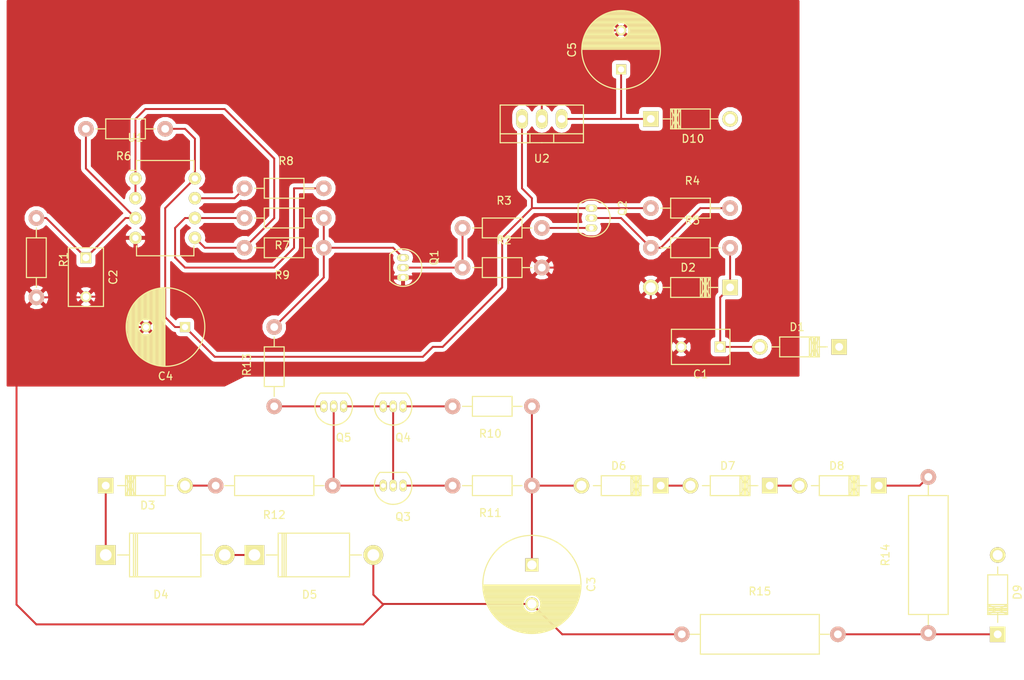
<source format=kicad_pcb>
(kicad_pcb (version 4) (host pcbnew 4.0.1-stable)

  (general
    (links 55)
    (no_connects 0)
    (area 98.307529 86.1186 184.07949 152.105)
    (thickness 1.6)
    (drawings 0)
    (tracks 120)
    (zones 0)
    (modules 37)
    (nets 29)
  )

  (page A4)
  (layers
    (0 F.Cu signal)
    (31 B.Cu signal)
    (32 B.Adhes user)
    (33 F.Adhes user)
    (34 B.Paste user)
    (35 F.Paste user)
    (36 B.SilkS user)
    (37 F.SilkS user)
    (38 B.Mask user)
    (39 F.Mask user)
    (40 Dwgs.User user)
    (41 Cmts.User user)
    (42 Eco1.User user)
    (43 Eco2.User user)
    (44 Edge.Cuts user)
    (45 Margin user)
    (46 B.CrtYd user)
    (47 F.CrtYd user)
    (48 B.Fab user)
    (49 F.Fab user)
  )

  (setup
    (last_trace_width 0.25)
    (trace_clearance 0.2)
    (zone_clearance 0.508)
    (zone_45_only no)
    (trace_min 0.2)
    (segment_width 0.2)
    (edge_width 0.15)
    (via_size 0.6)
    (via_drill 0.4)
    (via_min_size 0.4)
    (via_min_drill 0.3)
    (uvia_size 0.3)
    (uvia_drill 0.1)
    (uvias_allowed no)
    (uvia_min_size 0.2)
    (uvia_min_drill 0.1)
    (pcb_text_width 0.3)
    (pcb_text_size 1.5 1.5)
    (mod_edge_width 0.15)
    (mod_text_size 1 1)
    (mod_text_width 0.15)
    (pad_size 1.524 1.524)
    (pad_drill 0.762)
    (pad_to_mask_clearance 0.2)
    (aux_axis_origin 0 0)
    (visible_elements FFFFFF7F)
    (pcbplotparams
      (layerselection 0x00030_80000001)
      (usegerberextensions false)
      (excludeedgelayer true)
      (linewidth 0.100000)
      (plotframeref false)
      (viasonmask false)
      (mode 1)
      (useauxorigin false)
      (hpglpennumber 1)
      (hpglpenspeed 20)
      (hpglpendiameter 15)
      (hpglpenoverlay 2)
      (psnegative false)
      (psa4output false)
      (plotreference true)
      (plotvalue true)
      (plotinvisibletext false)
      (padsonsilk false)
      (subtractmaskfromsilk false)
      (outputformat 1)
      (mirror false)
      (drillshape 1)
      (scaleselection 1)
      (outputdirectory ""))
  )

  (net 0 "")
  (net 1 "Net-(C1-Pad1)")
  (net 2 GND)
  (net 3 "Net-(C2-Pad1)")
  (net 4 "Net-(C3-Pad1)")
  (net 5 "Net-(C4-Pad1)")
  (net 6 "Net-(C5-Pad1)")
  (net 7 ignition_signal_from_ECU)
  (net 8 "Net-(D3-Pad2)")
  (net 9 to_coil_HV)
  (net 10 "Net-(D4-Pad2)")
  (net 11 "Net-(D6-Pad1)")
  (net 12 "Net-(D7-Pad1)")
  (net 13 "Net-(D8-Pad1)")
  (net 14 +300V)
  (net 15 "Net-(D9-Pad1)")
  (net 16 +12V)
  (net 17 "Net-(Q1-Pad2)")
  (net 18 "Net-(Q1-Pad1)")
  (net 19 "Net-(Q2-Pad2)")
  (net 20 "Net-(Q2-Pad3)")
  (net 21 "Net-(Q3-Pad2)")
  (net 22 "Net-(Q3-Pad3)")
  (net 23 "Net-(Q3-Pad1)")
  (net 24 "Net-(Q4-Pad1)")
  (net 25 "Net-(Q5-Pad3)")
  (net 26 "Net-(R7-Pad2)")
  (net 27 to_SoundCard)
  (net 28 "Net-(R9-Pad2)")

  (net_class Default "Это класс цепей по умолчанию."
    (clearance 0.2)
    (trace_width 0.25)
    (via_dia 0.6)
    (via_drill 0.4)
    (uvia_dia 0.3)
    (uvia_drill 0.1)
    (add_net +12V)
    (add_net +300V)
    (add_net GND)
    (add_net "Net-(C1-Pad1)")
    (add_net "Net-(C2-Pad1)")
    (add_net "Net-(C3-Pad1)")
    (add_net "Net-(C4-Pad1)")
    (add_net "Net-(C5-Pad1)")
    (add_net "Net-(D3-Pad2)")
    (add_net "Net-(D4-Pad2)")
    (add_net "Net-(D6-Pad1)")
    (add_net "Net-(D7-Pad1)")
    (add_net "Net-(D8-Pad1)")
    (add_net "Net-(D9-Pad1)")
    (add_net "Net-(Q1-Pad1)")
    (add_net "Net-(Q1-Pad2)")
    (add_net "Net-(Q2-Pad2)")
    (add_net "Net-(Q2-Pad3)")
    (add_net "Net-(Q3-Pad1)")
    (add_net "Net-(Q3-Pad2)")
    (add_net "Net-(Q3-Pad3)")
    (add_net "Net-(Q4-Pad1)")
    (add_net "Net-(Q5-Pad3)")
    (add_net "Net-(R7-Pad2)")
    (add_net "Net-(R9-Pad2)")
    (add_net ignition_signal_from_ECU)
    (add_net to_SoundCard)
    (add_net to_coil_HV)
  )

  (net_class 0.5 ""
    (clearance 0.5)
    (trace_width 0.5)
    (via_dia 0.6)
    (via_drill 0.4)
    (uvia_dia 0.3)
    (uvia_drill 0.1)
  )

  (module Capacitors_ThroughHole:C_Disc_D7.5_P5 (layer F.Cu) (tedit 0) (tstamp 568D2959)
    (at 177.8 90.17 180)
    (descr "Capacitor 7.5mm Disc, Pitch 5mm")
    (tags Capacitor)
    (path /568C2D52)
    (fp_text reference C1 (at 2.5 -3.5 180) (layer F.SilkS)
      (effects (font (size 1 1) (thickness 0.15)))
    )
    (fp_text value 0.1uF (at 2.5 3.5 180) (layer F.Fab)
      (effects (font (size 1 1) (thickness 0.15)))
    )
    (fp_line (start -1.5 -2.5) (end 6.5 -2.5) (layer F.CrtYd) (width 0.05))
    (fp_line (start 6.5 -2.5) (end 6.5 2.5) (layer F.CrtYd) (width 0.05))
    (fp_line (start 6.5 2.5) (end -1.5 2.5) (layer F.CrtYd) (width 0.05))
    (fp_line (start -1.5 2.5) (end -1.5 -2.5) (layer F.CrtYd) (width 0.05))
    (fp_line (start -1.25 -2.25) (end 6.25 -2.25) (layer F.SilkS) (width 0.15))
    (fp_line (start 6.25 -2.25) (end 6.25 2.25) (layer F.SilkS) (width 0.15))
    (fp_line (start 6.25 2.25) (end -1.25 2.25) (layer F.SilkS) (width 0.15))
    (fp_line (start -1.25 2.25) (end -1.25 -2.25) (layer F.SilkS) (width 0.15))
    (pad 1 thru_hole rect (at 0 0 180) (size 1.4 1.4) (drill 0.9) (layers *.Cu *.Mask F.SilkS)
      (net 1 "Net-(C1-Pad1)"))
    (pad 2 thru_hole circle (at 5 0 180) (size 1.4 1.4) (drill 0.9) (layers *.Cu *.Mask F.SilkS)
      (net 2 GND))
    (model Capacitors_ThroughHole.3dshapes/C_Disc_D7.5_P5.wrl
      (at (xyz 0.0984252 0 0))
      (scale (xyz 1 1 1))
      (rotate (xyz 0 0 0))
    )
  )

  (module Capacitors_ThroughHole:C_Disc_D7.5_P5 (layer F.Cu) (tedit 0) (tstamp 568D295F)
    (at 96.52 78.74 270)
    (descr "Capacitor 7.5mm Disc, Pitch 5mm")
    (tags Capacitor)
    (path /568D0063)
    (fp_text reference C2 (at 2.5 -3.5 270) (layer F.SilkS)
      (effects (font (size 1 1) (thickness 0.15)))
    )
    (fp_text value 1uF (at 2.5 3.5 270) (layer F.Fab)
      (effects (font (size 1 1) (thickness 0.15)))
    )
    (fp_line (start -1.5 -2.5) (end 6.5 -2.5) (layer F.CrtYd) (width 0.05))
    (fp_line (start 6.5 -2.5) (end 6.5 2.5) (layer F.CrtYd) (width 0.05))
    (fp_line (start 6.5 2.5) (end -1.5 2.5) (layer F.CrtYd) (width 0.05))
    (fp_line (start -1.5 2.5) (end -1.5 -2.5) (layer F.CrtYd) (width 0.05))
    (fp_line (start -1.25 -2.25) (end 6.25 -2.25) (layer F.SilkS) (width 0.15))
    (fp_line (start 6.25 -2.25) (end 6.25 2.25) (layer F.SilkS) (width 0.15))
    (fp_line (start 6.25 2.25) (end -1.25 2.25) (layer F.SilkS) (width 0.15))
    (fp_line (start -1.25 2.25) (end -1.25 -2.25) (layer F.SilkS) (width 0.15))
    (pad 1 thru_hole rect (at 0 0 270) (size 1.4 1.4) (drill 0.9) (layers *.Cu *.Mask F.SilkS)
      (net 3 "Net-(C2-Pad1)"))
    (pad 2 thru_hole circle (at 5 0 270) (size 1.4 1.4) (drill 0.9) (layers *.Cu *.Mask F.SilkS)
      (net 2 GND))
    (model Capacitors_ThroughHole.3dshapes/C_Disc_D7.5_P5.wrl
      (at (xyz 0.0984252 0 0))
      (scale (xyz 1 1 1))
      (rotate (xyz 0 0 0))
    )
  )

  (module Capacitors_ThroughHole:C_Radial_D12.5_L25_P5 (layer F.Cu) (tedit 0) (tstamp 568D2965)
    (at 153.67 118.11 270)
    (descr "Radial Electrolytic Capacitor Diameter 12.5mm x Length 25mm, Pitch 5mm")
    (tags "Electrolytic Capacitor")
    (path /568E10A6)
    (fp_text reference C3 (at 2.5 -7.6 270) (layer F.SilkS)
      (effects (font (size 1 1) (thickness 0.15)))
    )
    (fp_text value "2.2uF 350V" (at 2.5 7.6 270) (layer F.Fab)
      (effects (font (size 1 1) (thickness 0.15)))
    )
    (fp_line (start 2.575 -6.25) (end 2.575 6.25) (layer F.SilkS) (width 0.15))
    (fp_line (start 2.715 -6.246) (end 2.715 6.246) (layer F.SilkS) (width 0.15))
    (fp_line (start 2.855 -6.24) (end 2.855 6.24) (layer F.SilkS) (width 0.15))
    (fp_line (start 2.995 -6.23) (end 2.995 6.23) (layer F.SilkS) (width 0.15))
    (fp_line (start 3.135 -6.218) (end 3.135 6.218) (layer F.SilkS) (width 0.15))
    (fp_line (start 3.275 -6.202) (end 3.275 6.202) (layer F.SilkS) (width 0.15))
    (fp_line (start 3.415 -6.183) (end 3.415 6.183) (layer F.SilkS) (width 0.15))
    (fp_line (start 3.555 -6.16) (end 3.555 6.16) (layer F.SilkS) (width 0.15))
    (fp_line (start 3.695 -6.135) (end 3.695 6.135) (layer F.SilkS) (width 0.15))
    (fp_line (start 3.835 -6.106) (end 3.835 6.106) (layer F.SilkS) (width 0.15))
    (fp_line (start 3.975 -6.073) (end 3.975 -0.521) (layer F.SilkS) (width 0.15))
    (fp_line (start 3.975 0.521) (end 3.975 6.073) (layer F.SilkS) (width 0.15))
    (fp_line (start 4.115 -6.038) (end 4.115 -0.734) (layer F.SilkS) (width 0.15))
    (fp_line (start 4.115 0.734) (end 4.115 6.038) (layer F.SilkS) (width 0.15))
    (fp_line (start 4.255 -5.999) (end 4.255 -0.876) (layer F.SilkS) (width 0.15))
    (fp_line (start 4.255 0.876) (end 4.255 5.999) (layer F.SilkS) (width 0.15))
    (fp_line (start 4.395 -5.956) (end 4.395 -0.978) (layer F.SilkS) (width 0.15))
    (fp_line (start 4.395 0.978) (end 4.395 5.956) (layer F.SilkS) (width 0.15))
    (fp_line (start 4.535 -5.909) (end 4.535 -1.052) (layer F.SilkS) (width 0.15))
    (fp_line (start 4.535 1.052) (end 4.535 5.909) (layer F.SilkS) (width 0.15))
    (fp_line (start 4.675 -5.859) (end 4.675 -1.103) (layer F.SilkS) (width 0.15))
    (fp_line (start 4.675 1.103) (end 4.675 5.859) (layer F.SilkS) (width 0.15))
    (fp_line (start 4.815 -5.805) (end 4.815 -1.135) (layer F.SilkS) (width 0.15))
    (fp_line (start 4.815 1.135) (end 4.815 5.805) (layer F.SilkS) (width 0.15))
    (fp_line (start 4.955 -5.748) (end 4.955 -1.149) (layer F.SilkS) (width 0.15))
    (fp_line (start 4.955 1.149) (end 4.955 5.748) (layer F.SilkS) (width 0.15))
    (fp_line (start 5.095 -5.686) (end 5.095 -1.146) (layer F.SilkS) (width 0.15))
    (fp_line (start 5.095 1.146) (end 5.095 5.686) (layer F.SilkS) (width 0.15))
    (fp_line (start 5.235 -5.62) (end 5.235 -1.126) (layer F.SilkS) (width 0.15))
    (fp_line (start 5.235 1.126) (end 5.235 5.62) (layer F.SilkS) (width 0.15))
    (fp_line (start 5.375 -5.549) (end 5.375 -1.087) (layer F.SilkS) (width 0.15))
    (fp_line (start 5.375 1.087) (end 5.375 5.549) (layer F.SilkS) (width 0.15))
    (fp_line (start 5.515 -5.475) (end 5.515 -1.028) (layer F.SilkS) (width 0.15))
    (fp_line (start 5.515 1.028) (end 5.515 5.475) (layer F.SilkS) (width 0.15))
    (fp_line (start 5.655 -5.395) (end 5.655 -0.945) (layer F.SilkS) (width 0.15))
    (fp_line (start 5.655 0.945) (end 5.655 5.395) (layer F.SilkS) (width 0.15))
    (fp_line (start 5.795 -5.311) (end 5.795 -0.831) (layer F.SilkS) (width 0.15))
    (fp_line (start 5.795 0.831) (end 5.795 5.311) (layer F.SilkS) (width 0.15))
    (fp_line (start 5.935 -5.221) (end 5.935 -0.67) (layer F.SilkS) (width 0.15))
    (fp_line (start 5.935 0.67) (end 5.935 5.221) (layer F.SilkS) (width 0.15))
    (fp_line (start 6.075 -5.127) (end 6.075 -0.409) (layer F.SilkS) (width 0.15))
    (fp_line (start 6.075 0.409) (end 6.075 5.127) (layer F.SilkS) (width 0.15))
    (fp_line (start 6.215 -5.026) (end 6.215 5.026) (layer F.SilkS) (width 0.15))
    (fp_line (start 6.355 -4.919) (end 6.355 4.919) (layer F.SilkS) (width 0.15))
    (fp_line (start 6.495 -4.807) (end 6.495 4.807) (layer F.SilkS) (width 0.15))
    (fp_line (start 6.635 -4.687) (end 6.635 4.687) (layer F.SilkS) (width 0.15))
    (fp_line (start 6.775 -4.559) (end 6.775 4.559) (layer F.SilkS) (width 0.15))
    (fp_line (start 6.915 -4.424) (end 6.915 4.424) (layer F.SilkS) (width 0.15))
    (fp_line (start 7.055 -4.28) (end 7.055 4.28) (layer F.SilkS) (width 0.15))
    (fp_line (start 7.195 -4.125) (end 7.195 4.125) (layer F.SilkS) (width 0.15))
    (fp_line (start 7.335 -3.96) (end 7.335 3.96) (layer F.SilkS) (width 0.15))
    (fp_line (start 7.475 -3.783) (end 7.475 3.783) (layer F.SilkS) (width 0.15))
    (fp_line (start 7.615 -3.592) (end 7.615 3.592) (layer F.SilkS) (width 0.15))
    (fp_line (start 7.755 -3.383) (end 7.755 3.383) (layer F.SilkS) (width 0.15))
    (fp_line (start 7.895 -3.155) (end 7.895 3.155) (layer F.SilkS) (width 0.15))
    (fp_line (start 8.035 -2.903) (end 8.035 2.903) (layer F.SilkS) (width 0.15))
    (fp_line (start 8.175 -2.619) (end 8.175 2.619) (layer F.SilkS) (width 0.15))
    (fp_line (start 8.315 -2.291) (end 8.315 2.291) (layer F.SilkS) (width 0.15))
    (fp_line (start 8.455 -1.897) (end 8.455 1.897) (layer F.SilkS) (width 0.15))
    (fp_line (start 8.595 -1.383) (end 8.595 1.383) (layer F.SilkS) (width 0.15))
    (fp_line (start 8.735 -0.433) (end 8.735 0.433) (layer F.SilkS) (width 0.15))
    (fp_circle (center 5 0) (end 5 -1.15) (layer F.SilkS) (width 0.15))
    (fp_circle (center 2.5 0) (end 2.5 -6.2875) (layer F.SilkS) (width 0.15))
    (fp_circle (center 2.5 0) (end 2.5 -6.6) (layer F.CrtYd) (width 0.05))
    (pad 2 thru_hole circle (at 5 0 270) (size 1.7 1.7) (drill 1.2) (layers *.Cu *.Mask F.SilkS)
      (net 2 GND))
    (pad 1 thru_hole rect (at 0 0 270) (size 1.7 1.7) (drill 1.2) (layers *.Cu *.Mask F.SilkS)
      (net 4 "Net-(C3-Pad1)"))
    (model Capacitors_ThroughHole.3dshapes/C_Radial_D12.5_L25_P5.wrl
      (at (xyz 0 0 0))
      (scale (xyz 1 1 1))
      (rotate (xyz 0 0 0))
    )
  )

  (module Capacitors_ThroughHole:C_Radial_D10_L25_P5 (layer F.Cu) (tedit 0) (tstamp 568D296B)
    (at 109.22 87.63 180)
    (descr "Radial Electrolytic Capacitor Diameter 10mm x Length 25mm, Pitch 5mm")
    (tags "Electrolytic Capacitor")
    (path /568CE566)
    (fp_text reference C4 (at 2.5 -6.3 180) (layer F.SilkS)
      (effects (font (size 1 1) (thickness 0.15)))
    )
    (fp_text value "4.7uF 16V" (at 2.5 6.3 180) (layer F.Fab)
      (effects (font (size 1 1) (thickness 0.15)))
    )
    (fp_line (start 2.575 -4.999) (end 2.575 4.999) (layer F.SilkS) (width 0.15))
    (fp_line (start 2.715 -4.995) (end 2.715 4.995) (layer F.SilkS) (width 0.15))
    (fp_line (start 2.855 -4.987) (end 2.855 4.987) (layer F.SilkS) (width 0.15))
    (fp_line (start 2.995 -4.975) (end 2.995 4.975) (layer F.SilkS) (width 0.15))
    (fp_line (start 3.135 -4.96) (end 3.135 4.96) (layer F.SilkS) (width 0.15))
    (fp_line (start 3.275 -4.94) (end 3.275 4.94) (layer F.SilkS) (width 0.15))
    (fp_line (start 3.415 -4.916) (end 3.415 4.916) (layer F.SilkS) (width 0.15))
    (fp_line (start 3.555 -4.887) (end 3.555 4.887) (layer F.SilkS) (width 0.15))
    (fp_line (start 3.695 -4.855) (end 3.695 4.855) (layer F.SilkS) (width 0.15))
    (fp_line (start 3.835 -4.818) (end 3.835 4.818) (layer F.SilkS) (width 0.15))
    (fp_line (start 3.975 -4.777) (end 3.975 4.777) (layer F.SilkS) (width 0.15))
    (fp_line (start 4.115 -4.732) (end 4.115 -0.466) (layer F.SilkS) (width 0.15))
    (fp_line (start 4.115 0.466) (end 4.115 4.732) (layer F.SilkS) (width 0.15))
    (fp_line (start 4.255 -4.682) (end 4.255 -0.667) (layer F.SilkS) (width 0.15))
    (fp_line (start 4.255 0.667) (end 4.255 4.682) (layer F.SilkS) (width 0.15))
    (fp_line (start 4.395 -4.627) (end 4.395 -0.796) (layer F.SilkS) (width 0.15))
    (fp_line (start 4.395 0.796) (end 4.395 4.627) (layer F.SilkS) (width 0.15))
    (fp_line (start 4.535 -4.567) (end 4.535 -0.885) (layer F.SilkS) (width 0.15))
    (fp_line (start 4.535 0.885) (end 4.535 4.567) (layer F.SilkS) (width 0.15))
    (fp_line (start 4.675 -4.502) (end 4.675 -0.946) (layer F.SilkS) (width 0.15))
    (fp_line (start 4.675 0.946) (end 4.675 4.502) (layer F.SilkS) (width 0.15))
    (fp_line (start 4.815 -4.432) (end 4.815 -0.983) (layer F.SilkS) (width 0.15))
    (fp_line (start 4.815 0.983) (end 4.815 4.432) (layer F.SilkS) (width 0.15))
    (fp_line (start 4.955 -4.356) (end 4.955 -0.999) (layer F.SilkS) (width 0.15))
    (fp_line (start 4.955 0.999) (end 4.955 4.356) (layer F.SilkS) (width 0.15))
    (fp_line (start 5.095 -4.274) (end 5.095 -0.995) (layer F.SilkS) (width 0.15))
    (fp_line (start 5.095 0.995) (end 5.095 4.274) (layer F.SilkS) (width 0.15))
    (fp_line (start 5.235 -4.186) (end 5.235 -0.972) (layer F.SilkS) (width 0.15))
    (fp_line (start 5.235 0.972) (end 5.235 4.186) (layer F.SilkS) (width 0.15))
    (fp_line (start 5.375 -4.091) (end 5.375 -0.927) (layer F.SilkS) (width 0.15))
    (fp_line (start 5.375 0.927) (end 5.375 4.091) (layer F.SilkS) (width 0.15))
    (fp_line (start 5.515 -3.989) (end 5.515 -0.857) (layer F.SilkS) (width 0.15))
    (fp_line (start 5.515 0.857) (end 5.515 3.989) (layer F.SilkS) (width 0.15))
    (fp_line (start 5.655 -3.879) (end 5.655 -0.756) (layer F.SilkS) (width 0.15))
    (fp_line (start 5.655 0.756) (end 5.655 3.879) (layer F.SilkS) (width 0.15))
    (fp_line (start 5.795 -3.761) (end 5.795 -0.607) (layer F.SilkS) (width 0.15))
    (fp_line (start 5.795 0.607) (end 5.795 3.761) (layer F.SilkS) (width 0.15))
    (fp_line (start 5.935 -3.633) (end 5.935 -0.355) (layer F.SilkS) (width 0.15))
    (fp_line (start 5.935 0.355) (end 5.935 3.633) (layer F.SilkS) (width 0.15))
    (fp_line (start 6.075 -3.496) (end 6.075 3.496) (layer F.SilkS) (width 0.15))
    (fp_line (start 6.215 -3.346) (end 6.215 3.346) (layer F.SilkS) (width 0.15))
    (fp_line (start 6.355 -3.184) (end 6.355 3.184) (layer F.SilkS) (width 0.15))
    (fp_line (start 6.495 -3.007) (end 6.495 3.007) (layer F.SilkS) (width 0.15))
    (fp_line (start 6.635 -2.811) (end 6.635 2.811) (layer F.SilkS) (width 0.15))
    (fp_line (start 6.775 -2.593) (end 6.775 2.593) (layer F.SilkS) (width 0.15))
    (fp_line (start 6.915 -2.347) (end 6.915 2.347) (layer F.SilkS) (width 0.15))
    (fp_line (start 7.055 -2.062) (end 7.055 2.062) (layer F.SilkS) (width 0.15))
    (fp_line (start 7.195 -1.72) (end 7.195 1.72) (layer F.SilkS) (width 0.15))
    (fp_line (start 7.335 -1.274) (end 7.335 1.274) (layer F.SilkS) (width 0.15))
    (fp_line (start 7.475 -0.499) (end 7.475 0.499) (layer F.SilkS) (width 0.15))
    (fp_circle (center 5 0) (end 5 -1) (layer F.SilkS) (width 0.15))
    (fp_circle (center 2.5 0) (end 2.5 -5.0375) (layer F.SilkS) (width 0.15))
    (fp_circle (center 2.5 0) (end 2.5 -5.3) (layer F.CrtYd) (width 0.05))
    (pad 1 thru_hole rect (at 0 0 180) (size 1.3 1.3) (drill 0.8) (layers *.Cu *.Mask F.SilkS)
      (net 5 "Net-(C4-Pad1)"))
    (pad 2 thru_hole circle (at 5 0 180) (size 1.3 1.3) (drill 0.8) (layers *.Cu *.Mask F.SilkS)
      (net 2 GND))
    (model Capacitors_ThroughHole.3dshapes/C_Radial_D10_L25_P5.wrl
      (at (xyz 0.0984252 0 0))
      (scale (xyz 1 1 1))
      (rotate (xyz 0 0 90))
    )
  )

  (module Capacitors_ThroughHole:C_Radial_D10_L25_P5 (layer F.Cu) (tedit 0) (tstamp 568D2971)
    (at 165.1 54.61 90)
    (descr "Radial Electrolytic Capacitor Diameter 10mm x Length 25mm, Pitch 5mm")
    (tags "Electrolytic Capacitor")
    (path /568C2B54)
    (fp_text reference C5 (at 2.5 -6.3 90) (layer F.SilkS)
      (effects (font (size 1 1) (thickness 0.15)))
    )
    (fp_text value "47uF 25V" (at 2.5 6.3 90) (layer F.Fab)
      (effects (font (size 1 1) (thickness 0.15)))
    )
    (fp_line (start 2.575 -4.999) (end 2.575 4.999) (layer F.SilkS) (width 0.15))
    (fp_line (start 2.715 -4.995) (end 2.715 4.995) (layer F.SilkS) (width 0.15))
    (fp_line (start 2.855 -4.987) (end 2.855 4.987) (layer F.SilkS) (width 0.15))
    (fp_line (start 2.995 -4.975) (end 2.995 4.975) (layer F.SilkS) (width 0.15))
    (fp_line (start 3.135 -4.96) (end 3.135 4.96) (layer F.SilkS) (width 0.15))
    (fp_line (start 3.275 -4.94) (end 3.275 4.94) (layer F.SilkS) (width 0.15))
    (fp_line (start 3.415 -4.916) (end 3.415 4.916) (layer F.SilkS) (width 0.15))
    (fp_line (start 3.555 -4.887) (end 3.555 4.887) (layer F.SilkS) (width 0.15))
    (fp_line (start 3.695 -4.855) (end 3.695 4.855) (layer F.SilkS) (width 0.15))
    (fp_line (start 3.835 -4.818) (end 3.835 4.818) (layer F.SilkS) (width 0.15))
    (fp_line (start 3.975 -4.777) (end 3.975 4.777) (layer F.SilkS) (width 0.15))
    (fp_line (start 4.115 -4.732) (end 4.115 -0.466) (layer F.SilkS) (width 0.15))
    (fp_line (start 4.115 0.466) (end 4.115 4.732) (layer F.SilkS) (width 0.15))
    (fp_line (start 4.255 -4.682) (end 4.255 -0.667) (layer F.SilkS) (width 0.15))
    (fp_line (start 4.255 0.667) (end 4.255 4.682) (layer F.SilkS) (width 0.15))
    (fp_line (start 4.395 -4.627) (end 4.395 -0.796) (layer F.SilkS) (width 0.15))
    (fp_line (start 4.395 0.796) (end 4.395 4.627) (layer F.SilkS) (width 0.15))
    (fp_line (start 4.535 -4.567) (end 4.535 -0.885) (layer F.SilkS) (width 0.15))
    (fp_line (start 4.535 0.885) (end 4.535 4.567) (layer F.SilkS) (width 0.15))
    (fp_line (start 4.675 -4.502) (end 4.675 -0.946) (layer F.SilkS) (width 0.15))
    (fp_line (start 4.675 0.946) (end 4.675 4.502) (layer F.SilkS) (width 0.15))
    (fp_line (start 4.815 -4.432) (end 4.815 -0.983) (layer F.SilkS) (width 0.15))
    (fp_line (start 4.815 0.983) (end 4.815 4.432) (layer F.SilkS) (width 0.15))
    (fp_line (start 4.955 -4.356) (end 4.955 -0.999) (layer F.SilkS) (width 0.15))
    (fp_line (start 4.955 0.999) (end 4.955 4.356) (layer F.SilkS) (width 0.15))
    (fp_line (start 5.095 -4.274) (end 5.095 -0.995) (layer F.SilkS) (width 0.15))
    (fp_line (start 5.095 0.995) (end 5.095 4.274) (layer F.SilkS) (width 0.15))
    (fp_line (start 5.235 -4.186) (end 5.235 -0.972) (layer F.SilkS) (width 0.15))
    (fp_line (start 5.235 0.972) (end 5.235 4.186) (layer F.SilkS) (width 0.15))
    (fp_line (start 5.375 -4.091) (end 5.375 -0.927) (layer F.SilkS) (width 0.15))
    (fp_line (start 5.375 0.927) (end 5.375 4.091) (layer F.SilkS) (width 0.15))
    (fp_line (start 5.515 -3.989) (end 5.515 -0.857) (layer F.SilkS) (width 0.15))
    (fp_line (start 5.515 0.857) (end 5.515 3.989) (layer F.SilkS) (width 0.15))
    (fp_line (start 5.655 -3.879) (end 5.655 -0.756) (layer F.SilkS) (width 0.15))
    (fp_line (start 5.655 0.756) (end 5.655 3.879) (layer F.SilkS) (width 0.15))
    (fp_line (start 5.795 -3.761) (end 5.795 -0.607) (layer F.SilkS) (width 0.15))
    (fp_line (start 5.795 0.607) (end 5.795 3.761) (layer F.SilkS) (width 0.15))
    (fp_line (start 5.935 -3.633) (end 5.935 -0.355) (layer F.SilkS) (width 0.15))
    (fp_line (start 5.935 0.355) (end 5.935 3.633) (layer F.SilkS) (width 0.15))
    (fp_line (start 6.075 -3.496) (end 6.075 3.496) (layer F.SilkS) (width 0.15))
    (fp_line (start 6.215 -3.346) (end 6.215 3.346) (layer F.SilkS) (width 0.15))
    (fp_line (start 6.355 -3.184) (end 6.355 3.184) (layer F.SilkS) (width 0.15))
    (fp_line (start 6.495 -3.007) (end 6.495 3.007) (layer F.SilkS) (width 0.15))
    (fp_line (start 6.635 -2.811) (end 6.635 2.811) (layer F.SilkS) (width 0.15))
    (fp_line (start 6.775 -2.593) (end 6.775 2.593) (layer F.SilkS) (width 0.15))
    (fp_line (start 6.915 -2.347) (end 6.915 2.347) (layer F.SilkS) (width 0.15))
    (fp_line (start 7.055 -2.062) (end 7.055 2.062) (layer F.SilkS) (width 0.15))
    (fp_line (start 7.195 -1.72) (end 7.195 1.72) (layer F.SilkS) (width 0.15))
    (fp_line (start 7.335 -1.274) (end 7.335 1.274) (layer F.SilkS) (width 0.15))
    (fp_line (start 7.475 -0.499) (end 7.475 0.499) (layer F.SilkS) (width 0.15))
    (fp_circle (center 5 0) (end 5 -1) (layer F.SilkS) (width 0.15))
    (fp_circle (center 2.5 0) (end 2.5 -5.0375) (layer F.SilkS) (width 0.15))
    (fp_circle (center 2.5 0) (end 2.5 -5.3) (layer F.CrtYd) (width 0.05))
    (pad 1 thru_hole rect (at 0 0 90) (size 1.3 1.3) (drill 0.8) (layers *.Cu *.Mask F.SilkS)
      (net 6 "Net-(C5-Pad1)"))
    (pad 2 thru_hole circle (at 5 0 90) (size 1.3 1.3) (drill 0.8) (layers *.Cu *.Mask F.SilkS)
      (net 2 GND))
    (model Capacitors_ThroughHole.3dshapes/C_Radial_D10_L25_P5.wrl
      (at (xyz 0.0984252 0 0))
      (scale (xyz 1 1 1))
      (rotate (xyz 0 0 90))
    )
  )

  (module Diodes_ThroughHole:Diode_DO-41_SOD81_Horizontal_RM10 (layer F.Cu) (tedit 552FFCCE) (tstamp 568D2977)
    (at 193.04 90.17 180)
    (descr "Diode, DO-41, SOD81, Horizontal, RM 10mm,")
    (tags "Diode, DO-41, SOD81, Horizontal, RM 10mm, 1N4007, SB140,")
    (path /568C2E50)
    (fp_text reference D1 (at 5.38734 2.53746 180) (layer F.SilkS)
      (effects (font (size 1 1) (thickness 0.15)))
    )
    (fp_text value UF4007 (at 4.37134 -3.55854 180) (layer F.Fab)
      (effects (font (size 1 1) (thickness 0.15)))
    )
    (fp_line (start 7.62 -0.00254) (end 8.636 -0.00254) (layer F.SilkS) (width 0.15))
    (fp_line (start 2.794 -0.00254) (end 1.524 -0.00254) (layer F.SilkS) (width 0.15))
    (fp_line (start 3.048 -1.27254) (end 3.048 1.26746) (layer F.SilkS) (width 0.15))
    (fp_line (start 3.302 -1.27254) (end 3.302 1.26746) (layer F.SilkS) (width 0.15))
    (fp_line (start 3.556 -1.27254) (end 3.556 1.26746) (layer F.SilkS) (width 0.15))
    (fp_line (start 2.794 -1.27254) (end 2.794 1.26746) (layer F.SilkS) (width 0.15))
    (fp_line (start 3.81 -1.27254) (end 2.54 1.26746) (layer F.SilkS) (width 0.15))
    (fp_line (start 2.54 -1.27254) (end 3.81 1.26746) (layer F.SilkS) (width 0.15))
    (fp_line (start 3.81 -1.27254) (end 3.81 1.26746) (layer F.SilkS) (width 0.15))
    (fp_line (start 3.175 -1.27254) (end 3.175 1.26746) (layer F.SilkS) (width 0.15))
    (fp_line (start 2.54 1.26746) (end 2.54 -1.27254) (layer F.SilkS) (width 0.15))
    (fp_line (start 2.54 -1.27254) (end 7.62 -1.27254) (layer F.SilkS) (width 0.15))
    (fp_line (start 7.62 -1.27254) (end 7.62 1.26746) (layer F.SilkS) (width 0.15))
    (fp_line (start 7.62 1.26746) (end 2.54 1.26746) (layer F.SilkS) (width 0.15))
    (pad 2 thru_hole circle (at 10.16 -0.00254) (size 1.99898 1.99898) (drill 1.27) (layers *.Cu *.Mask F.SilkS)
      (net 1 "Net-(C1-Pad1)"))
    (pad 1 thru_hole rect (at 0 -0.00254) (size 1.99898 1.99898) (drill 1.00076) (layers *.Cu *.Mask F.SilkS)
      (net 7 ignition_signal_from_ECU))
  )

  (module Diodes_ThroughHole:Diode_DO-41_SOD81_Horizontal_RM10 (layer F.Cu) (tedit 552FFCCE) (tstamp 568D297D)
    (at 179.07 82.55 180)
    (descr "Diode, DO-41, SOD81, Horizontal, RM 10mm,")
    (tags "Diode, DO-41, SOD81, Horizontal, RM 10mm, 1N4007, SB140,")
    (path /568C2DBB)
    (fp_text reference D2 (at 5.38734 2.53746 180) (layer F.SilkS)
      (effects (font (size 1 1) (thickness 0.15)))
    )
    (fp_text value UF4007 (at 4.37134 -3.55854 180) (layer F.Fab)
      (effects (font (size 1 1) (thickness 0.15)))
    )
    (fp_line (start 7.62 -0.00254) (end 8.636 -0.00254) (layer F.SilkS) (width 0.15))
    (fp_line (start 2.794 -0.00254) (end 1.524 -0.00254) (layer F.SilkS) (width 0.15))
    (fp_line (start 3.048 -1.27254) (end 3.048 1.26746) (layer F.SilkS) (width 0.15))
    (fp_line (start 3.302 -1.27254) (end 3.302 1.26746) (layer F.SilkS) (width 0.15))
    (fp_line (start 3.556 -1.27254) (end 3.556 1.26746) (layer F.SilkS) (width 0.15))
    (fp_line (start 2.794 -1.27254) (end 2.794 1.26746) (layer F.SilkS) (width 0.15))
    (fp_line (start 3.81 -1.27254) (end 2.54 1.26746) (layer F.SilkS) (width 0.15))
    (fp_line (start 2.54 -1.27254) (end 3.81 1.26746) (layer F.SilkS) (width 0.15))
    (fp_line (start 3.81 -1.27254) (end 3.81 1.26746) (layer F.SilkS) (width 0.15))
    (fp_line (start 3.175 -1.27254) (end 3.175 1.26746) (layer F.SilkS) (width 0.15))
    (fp_line (start 2.54 1.26746) (end 2.54 -1.27254) (layer F.SilkS) (width 0.15))
    (fp_line (start 2.54 -1.27254) (end 7.62 -1.27254) (layer F.SilkS) (width 0.15))
    (fp_line (start 7.62 -1.27254) (end 7.62 1.26746) (layer F.SilkS) (width 0.15))
    (fp_line (start 7.62 1.26746) (end 2.54 1.26746) (layer F.SilkS) (width 0.15))
    (pad 2 thru_hole circle (at 10.16 -0.00254) (size 1.99898 1.99898) (drill 1.27) (layers *.Cu *.Mask F.SilkS)
      (net 2 GND))
    (pad 1 thru_hole rect (at 0 -0.00254) (size 1.99898 1.99898) (drill 1.00076) (layers *.Cu *.Mask F.SilkS)
      (net 1 "Net-(C1-Pad1)"))
  )

  (module Diodes_ThroughHole:Diode_DO-41_SOD81_Horizontal_RM10 (layer F.Cu) (tedit 552FFCCE) (tstamp 568D2983)
    (at 99.06 107.95)
    (descr "Diode, DO-41, SOD81, Horizontal, RM 10mm,")
    (tags "Diode, DO-41, SOD81, Horizontal, RM 10mm, 1N4007, SB140,")
    (path /568DDA16)
    (fp_text reference D3 (at 5.38734 2.53746) (layer F.SilkS)
      (effects (font (size 1 1) (thickness 0.15)))
    )
    (fp_text value UF4007 (at 4.37134 -3.55854) (layer F.Fab)
      (effects (font (size 1 1) (thickness 0.15)))
    )
    (fp_line (start 7.62 -0.00254) (end 8.636 -0.00254) (layer F.SilkS) (width 0.15))
    (fp_line (start 2.794 -0.00254) (end 1.524 -0.00254) (layer F.SilkS) (width 0.15))
    (fp_line (start 3.048 -1.27254) (end 3.048 1.26746) (layer F.SilkS) (width 0.15))
    (fp_line (start 3.302 -1.27254) (end 3.302 1.26746) (layer F.SilkS) (width 0.15))
    (fp_line (start 3.556 -1.27254) (end 3.556 1.26746) (layer F.SilkS) (width 0.15))
    (fp_line (start 2.794 -1.27254) (end 2.794 1.26746) (layer F.SilkS) (width 0.15))
    (fp_line (start 3.81 -1.27254) (end 2.54 1.26746) (layer F.SilkS) (width 0.15))
    (fp_line (start 2.54 -1.27254) (end 3.81 1.26746) (layer F.SilkS) (width 0.15))
    (fp_line (start 3.81 -1.27254) (end 3.81 1.26746) (layer F.SilkS) (width 0.15))
    (fp_line (start 3.175 -1.27254) (end 3.175 1.26746) (layer F.SilkS) (width 0.15))
    (fp_line (start 2.54 1.26746) (end 2.54 -1.27254) (layer F.SilkS) (width 0.15))
    (fp_line (start 2.54 -1.27254) (end 7.62 -1.27254) (layer F.SilkS) (width 0.15))
    (fp_line (start 7.62 -1.27254) (end 7.62 1.26746) (layer F.SilkS) (width 0.15))
    (fp_line (start 7.62 1.26746) (end 2.54 1.26746) (layer F.SilkS) (width 0.15))
    (pad 2 thru_hole circle (at 10.16 -0.00254 180) (size 1.99898 1.99898) (drill 1.27) (layers *.Cu *.Mask F.SilkS)
      (net 8 "Net-(D3-Pad2)"))
    (pad 1 thru_hole rect (at 0 -0.00254 180) (size 1.99898 1.99898) (drill 1.00076) (layers *.Cu *.Mask F.SilkS)
      (net 9 to_coil_HV))
  )

  (module Diodes_ThroughHole:Diode_DO-201AD_Horizontal_RM15 (layer F.Cu) (tedit 552FFBC7) (tstamp 568D2989)
    (at 99.06 116.84)
    (descr "Diode DO-201AD Horizontal")
    (tags "Diode DO-201AD Horizontal SB320 SB340 SB360")
    (path /568DBE04)
    (fp_text reference D4 (at 7.06722 5.07704) (layer F.SilkS)
      (effects (font (size 1 1) (thickness 0.15)))
    )
    (fp_text value 1.5KE200A (at 7.82922 -4.82896) (layer F.Fab)
      (effects (font (size 1 1) (thickness 0.15)))
    )
    (fp_line (start 12.19322 -0.00296) (end 13.71722 -0.00296) (layer F.SilkS) (width 0.15))
    (fp_line (start 3.04922 -0.00296) (end 1.52522 -0.00296) (layer F.SilkS) (width 0.15))
    (fp_line (start 4.06522 -2.79696) (end 4.06522 2.79104) (layer F.SilkS) (width 0.15))
    (fp_line (start 3.81122 -2.79696) (end 3.81122 2.79104) (layer F.SilkS) (width 0.15))
    (fp_line (start 3.55722 -2.79696) (end 3.55722 2.79104) (layer F.SilkS) (width 0.15))
    (fp_line (start 3.04922 2.79104) (end 3.04922 -2.79696) (layer F.SilkS) (width 0.15))
    (fp_line (start 3.04922 -2.79696) (end 12.19322 -2.79696) (layer F.SilkS) (width 0.15))
    (fp_line (start 12.19322 -2.79696) (end 12.19322 2.79104) (layer F.SilkS) (width 0.15))
    (fp_line (start 12.19322 2.79104) (end 3.04922 2.79104) (layer F.SilkS) (width 0.15))
    (pad 2 thru_hole circle (at 15.24122 -0.00296 180) (size 2.54 2.54) (drill 1.50114) (layers *.Cu *.Mask F.SilkS)
      (net 10 "Net-(D4-Pad2)"))
    (pad 1 thru_hole rect (at 0.00122 -0.00296 180) (size 2.54 2.54) (drill 1.50114) (layers *.Cu *.Mask F.SilkS)
      (net 9 to_coil_HV))
  )

  (module Diodes_ThroughHole:Diode_DO-201AD_Horizontal_RM15 (layer F.Cu) (tedit 552FFBC7) (tstamp 568D298F)
    (at 118.11 116.84)
    (descr "Diode DO-201AD Horizontal")
    (tags "Diode DO-201AD Horizontal SB320 SB340 SB360")
    (path /568DBC81)
    (fp_text reference D5 (at 7.06722 5.07704) (layer F.SilkS)
      (effects (font (size 1 1) (thickness 0.15)))
    )
    (fp_text value 1.5KE200A (at 7.82922 -4.82896) (layer F.Fab)
      (effects (font (size 1 1) (thickness 0.15)))
    )
    (fp_line (start 12.19322 -0.00296) (end 13.71722 -0.00296) (layer F.SilkS) (width 0.15))
    (fp_line (start 3.04922 -0.00296) (end 1.52522 -0.00296) (layer F.SilkS) (width 0.15))
    (fp_line (start 4.06522 -2.79696) (end 4.06522 2.79104) (layer F.SilkS) (width 0.15))
    (fp_line (start 3.81122 -2.79696) (end 3.81122 2.79104) (layer F.SilkS) (width 0.15))
    (fp_line (start 3.55722 -2.79696) (end 3.55722 2.79104) (layer F.SilkS) (width 0.15))
    (fp_line (start 3.04922 2.79104) (end 3.04922 -2.79696) (layer F.SilkS) (width 0.15))
    (fp_line (start 3.04922 -2.79696) (end 12.19322 -2.79696) (layer F.SilkS) (width 0.15))
    (fp_line (start 12.19322 -2.79696) (end 12.19322 2.79104) (layer F.SilkS) (width 0.15))
    (fp_line (start 12.19322 2.79104) (end 3.04922 2.79104) (layer F.SilkS) (width 0.15))
    (pad 2 thru_hole circle (at 15.24122 -0.00296 180) (size 2.54 2.54) (drill 1.50114) (layers *.Cu *.Mask F.SilkS)
      (net 2 GND))
    (pad 1 thru_hole rect (at 0.00122 -0.00296 180) (size 2.54 2.54) (drill 1.50114) (layers *.Cu *.Mask F.SilkS)
      (net 10 "Net-(D4-Pad2)"))
  )

  (module Diodes_ThroughHole:Diode_DO-41_SOD81_Horizontal_RM10 (layer F.Cu) (tedit 552FFCCE) (tstamp 568D2995)
    (at 170.18 107.95 180)
    (descr "Diode, DO-41, SOD81, Horizontal, RM 10mm,")
    (tags "Diode, DO-41, SOD81, Horizontal, RM 10mm, 1N4007, SB140,")
    (path /568E0D43)
    (fp_text reference D6 (at 5.38734 2.53746 180) (layer F.SilkS)
      (effects (font (size 1 1) (thickness 0.15)))
    )
    (fp_text value 1N4740A (at 4.37134 -3.55854 180) (layer F.Fab)
      (effects (font (size 1 1) (thickness 0.15)))
    )
    (fp_line (start 7.62 -0.00254) (end 8.636 -0.00254) (layer F.SilkS) (width 0.15))
    (fp_line (start 2.794 -0.00254) (end 1.524 -0.00254) (layer F.SilkS) (width 0.15))
    (fp_line (start 3.048 -1.27254) (end 3.048 1.26746) (layer F.SilkS) (width 0.15))
    (fp_line (start 3.302 -1.27254) (end 3.302 1.26746) (layer F.SilkS) (width 0.15))
    (fp_line (start 3.556 -1.27254) (end 3.556 1.26746) (layer F.SilkS) (width 0.15))
    (fp_line (start 2.794 -1.27254) (end 2.794 1.26746) (layer F.SilkS) (width 0.15))
    (fp_line (start 3.81 -1.27254) (end 2.54 1.26746) (layer F.SilkS) (width 0.15))
    (fp_line (start 2.54 -1.27254) (end 3.81 1.26746) (layer F.SilkS) (width 0.15))
    (fp_line (start 3.81 -1.27254) (end 3.81 1.26746) (layer F.SilkS) (width 0.15))
    (fp_line (start 3.175 -1.27254) (end 3.175 1.26746) (layer F.SilkS) (width 0.15))
    (fp_line (start 2.54 1.26746) (end 2.54 -1.27254) (layer F.SilkS) (width 0.15))
    (fp_line (start 2.54 -1.27254) (end 7.62 -1.27254) (layer F.SilkS) (width 0.15))
    (fp_line (start 7.62 -1.27254) (end 7.62 1.26746) (layer F.SilkS) (width 0.15))
    (fp_line (start 7.62 1.26746) (end 2.54 1.26746) (layer F.SilkS) (width 0.15))
    (pad 2 thru_hole circle (at 10.16 -0.00254) (size 1.99898 1.99898) (drill 1.27) (layers *.Cu *.Mask F.SilkS)
      (net 4 "Net-(C3-Pad1)"))
    (pad 1 thru_hole rect (at 0 -0.00254) (size 1.99898 1.99898) (drill 1.00076) (layers *.Cu *.Mask F.SilkS)
      (net 11 "Net-(D6-Pad1)"))
  )

  (module Diodes_ThroughHole:Diode_DO-41_SOD81_Horizontal_RM10 (layer F.Cu) (tedit 552FFCCE) (tstamp 568D299B)
    (at 184.15 107.95 180)
    (descr "Diode, DO-41, SOD81, Horizontal, RM 10mm,")
    (tags "Diode, DO-41, SOD81, Horizontal, RM 10mm, 1N4007, SB140,")
    (path /568E0FC2)
    (fp_text reference D7 (at 5.38734 2.53746 180) (layer F.SilkS)
      (effects (font (size 1 1) (thickness 0.15)))
    )
    (fp_text value 1N4740A (at 4.37134 -3.55854 180) (layer F.Fab)
      (effects (font (size 1 1) (thickness 0.15)))
    )
    (fp_line (start 7.62 -0.00254) (end 8.636 -0.00254) (layer F.SilkS) (width 0.15))
    (fp_line (start 2.794 -0.00254) (end 1.524 -0.00254) (layer F.SilkS) (width 0.15))
    (fp_line (start 3.048 -1.27254) (end 3.048 1.26746) (layer F.SilkS) (width 0.15))
    (fp_line (start 3.302 -1.27254) (end 3.302 1.26746) (layer F.SilkS) (width 0.15))
    (fp_line (start 3.556 -1.27254) (end 3.556 1.26746) (layer F.SilkS) (width 0.15))
    (fp_line (start 2.794 -1.27254) (end 2.794 1.26746) (layer F.SilkS) (width 0.15))
    (fp_line (start 3.81 -1.27254) (end 2.54 1.26746) (layer F.SilkS) (width 0.15))
    (fp_line (start 2.54 -1.27254) (end 3.81 1.26746) (layer F.SilkS) (width 0.15))
    (fp_line (start 3.81 -1.27254) (end 3.81 1.26746) (layer F.SilkS) (width 0.15))
    (fp_line (start 3.175 -1.27254) (end 3.175 1.26746) (layer F.SilkS) (width 0.15))
    (fp_line (start 2.54 1.26746) (end 2.54 -1.27254) (layer F.SilkS) (width 0.15))
    (fp_line (start 2.54 -1.27254) (end 7.62 -1.27254) (layer F.SilkS) (width 0.15))
    (fp_line (start 7.62 -1.27254) (end 7.62 1.26746) (layer F.SilkS) (width 0.15))
    (fp_line (start 7.62 1.26746) (end 2.54 1.26746) (layer F.SilkS) (width 0.15))
    (pad 2 thru_hole circle (at 10.16 -0.00254) (size 1.99898 1.99898) (drill 1.27) (layers *.Cu *.Mask F.SilkS)
      (net 11 "Net-(D6-Pad1)"))
    (pad 1 thru_hole rect (at 0 -0.00254) (size 1.99898 1.99898) (drill 1.00076) (layers *.Cu *.Mask F.SilkS)
      (net 12 "Net-(D7-Pad1)"))
  )

  (module Diodes_ThroughHole:Diode_DO-41_SOD81_Horizontal_RM10 (layer F.Cu) (tedit 552FFCCE) (tstamp 568D29A1)
    (at 198.12 107.95 180)
    (descr "Diode, DO-41, SOD81, Horizontal, RM 10mm,")
    (tags "Diode, DO-41, SOD81, Horizontal, RM 10mm, 1N4007, SB140,")
    (path /568E101F)
    (fp_text reference D8 (at 5.38734 2.53746 180) (layer F.SilkS)
      (effects (font (size 1 1) (thickness 0.15)))
    )
    (fp_text value 1N4740A (at 4.37134 -3.55854 180) (layer F.Fab)
      (effects (font (size 1 1) (thickness 0.15)))
    )
    (fp_line (start 7.62 -0.00254) (end 8.636 -0.00254) (layer F.SilkS) (width 0.15))
    (fp_line (start 2.794 -0.00254) (end 1.524 -0.00254) (layer F.SilkS) (width 0.15))
    (fp_line (start 3.048 -1.27254) (end 3.048 1.26746) (layer F.SilkS) (width 0.15))
    (fp_line (start 3.302 -1.27254) (end 3.302 1.26746) (layer F.SilkS) (width 0.15))
    (fp_line (start 3.556 -1.27254) (end 3.556 1.26746) (layer F.SilkS) (width 0.15))
    (fp_line (start 2.794 -1.27254) (end 2.794 1.26746) (layer F.SilkS) (width 0.15))
    (fp_line (start 3.81 -1.27254) (end 2.54 1.26746) (layer F.SilkS) (width 0.15))
    (fp_line (start 2.54 -1.27254) (end 3.81 1.26746) (layer F.SilkS) (width 0.15))
    (fp_line (start 3.81 -1.27254) (end 3.81 1.26746) (layer F.SilkS) (width 0.15))
    (fp_line (start 3.175 -1.27254) (end 3.175 1.26746) (layer F.SilkS) (width 0.15))
    (fp_line (start 2.54 1.26746) (end 2.54 -1.27254) (layer F.SilkS) (width 0.15))
    (fp_line (start 2.54 -1.27254) (end 7.62 -1.27254) (layer F.SilkS) (width 0.15))
    (fp_line (start 7.62 -1.27254) (end 7.62 1.26746) (layer F.SilkS) (width 0.15))
    (fp_line (start 7.62 1.26746) (end 2.54 1.26746) (layer F.SilkS) (width 0.15))
    (pad 2 thru_hole circle (at 10.16 -0.00254) (size 1.99898 1.99898) (drill 1.27) (layers *.Cu *.Mask F.SilkS)
      (net 12 "Net-(D7-Pad1)"))
    (pad 1 thru_hole rect (at 0 -0.00254) (size 1.99898 1.99898) (drill 1.00076) (layers *.Cu *.Mask F.SilkS)
      (net 13 "Net-(D8-Pad1)"))
  )

  (module Diodes_ThroughHole:Diode_DO-41_SOD81_Horizontal_RM10 (layer F.Cu) (tedit 552FFCCE) (tstamp 568D29A7)
    (at 213.36 127 90)
    (descr "Diode, DO-41, SOD81, Horizontal, RM 10mm,")
    (tags "Diode, DO-41, SOD81, Horizontal, RM 10mm, 1N4007, SB140,")
    (path /568E21E0)
    (fp_text reference D9 (at 5.38734 2.53746 90) (layer F.SilkS)
      (effects (font (size 1 1) (thickness 0.15)))
    )
    (fp_text value UF4007 (at 4.37134 -3.55854 90) (layer F.Fab)
      (effects (font (size 1 1) (thickness 0.15)))
    )
    (fp_line (start 7.62 -0.00254) (end 8.636 -0.00254) (layer F.SilkS) (width 0.15))
    (fp_line (start 2.794 -0.00254) (end 1.524 -0.00254) (layer F.SilkS) (width 0.15))
    (fp_line (start 3.048 -1.27254) (end 3.048 1.26746) (layer F.SilkS) (width 0.15))
    (fp_line (start 3.302 -1.27254) (end 3.302 1.26746) (layer F.SilkS) (width 0.15))
    (fp_line (start 3.556 -1.27254) (end 3.556 1.26746) (layer F.SilkS) (width 0.15))
    (fp_line (start 2.794 -1.27254) (end 2.794 1.26746) (layer F.SilkS) (width 0.15))
    (fp_line (start 3.81 -1.27254) (end 2.54 1.26746) (layer F.SilkS) (width 0.15))
    (fp_line (start 2.54 -1.27254) (end 3.81 1.26746) (layer F.SilkS) (width 0.15))
    (fp_line (start 3.81 -1.27254) (end 3.81 1.26746) (layer F.SilkS) (width 0.15))
    (fp_line (start 3.175 -1.27254) (end 3.175 1.26746) (layer F.SilkS) (width 0.15))
    (fp_line (start 2.54 1.26746) (end 2.54 -1.27254) (layer F.SilkS) (width 0.15))
    (fp_line (start 2.54 -1.27254) (end 7.62 -1.27254) (layer F.SilkS) (width 0.15))
    (fp_line (start 7.62 -1.27254) (end 7.62 1.26746) (layer F.SilkS) (width 0.15))
    (fp_line (start 7.62 1.26746) (end 2.54 1.26746) (layer F.SilkS) (width 0.15))
    (pad 2 thru_hole circle (at 10.16 -0.00254 270) (size 1.99898 1.99898) (drill 1.27) (layers *.Cu *.Mask F.SilkS)
      (net 14 +300V))
    (pad 1 thru_hole rect (at 0 -0.00254 270) (size 1.99898 1.99898) (drill 1.00076) (layers *.Cu *.Mask F.SilkS)
      (net 15 "Net-(D9-Pad1)"))
  )

  (module Diodes_ThroughHole:Diode_DO-41_SOD81_Horizontal_RM10 (layer F.Cu) (tedit 552FFCCE) (tstamp 568D29AD)
    (at 168.91 60.96)
    (descr "Diode, DO-41, SOD81, Horizontal, RM 10mm,")
    (tags "Diode, DO-41, SOD81, Horizontal, RM 10mm, 1N4007, SB140,")
    (path /568C2844)
    (fp_text reference D10 (at 5.38734 2.53746) (layer F.SilkS)
      (effects (font (size 1 1) (thickness 0.15)))
    )
    (fp_text value UF4007 (at 4.37134 -3.55854) (layer F.Fab)
      (effects (font (size 1 1) (thickness 0.15)))
    )
    (fp_line (start 7.62 -0.00254) (end 8.636 -0.00254) (layer F.SilkS) (width 0.15))
    (fp_line (start 2.794 -0.00254) (end 1.524 -0.00254) (layer F.SilkS) (width 0.15))
    (fp_line (start 3.048 -1.27254) (end 3.048 1.26746) (layer F.SilkS) (width 0.15))
    (fp_line (start 3.302 -1.27254) (end 3.302 1.26746) (layer F.SilkS) (width 0.15))
    (fp_line (start 3.556 -1.27254) (end 3.556 1.26746) (layer F.SilkS) (width 0.15))
    (fp_line (start 2.794 -1.27254) (end 2.794 1.26746) (layer F.SilkS) (width 0.15))
    (fp_line (start 3.81 -1.27254) (end 2.54 1.26746) (layer F.SilkS) (width 0.15))
    (fp_line (start 2.54 -1.27254) (end 3.81 1.26746) (layer F.SilkS) (width 0.15))
    (fp_line (start 3.81 -1.27254) (end 3.81 1.26746) (layer F.SilkS) (width 0.15))
    (fp_line (start 3.175 -1.27254) (end 3.175 1.26746) (layer F.SilkS) (width 0.15))
    (fp_line (start 2.54 1.26746) (end 2.54 -1.27254) (layer F.SilkS) (width 0.15))
    (fp_line (start 2.54 -1.27254) (end 7.62 -1.27254) (layer F.SilkS) (width 0.15))
    (fp_line (start 7.62 -1.27254) (end 7.62 1.26746) (layer F.SilkS) (width 0.15))
    (fp_line (start 7.62 1.26746) (end 2.54 1.26746) (layer F.SilkS) (width 0.15))
    (pad 2 thru_hole circle (at 10.16 -0.00254 180) (size 1.99898 1.99898) (drill 1.27) (layers *.Cu *.Mask F.SilkS)
      (net 16 +12V))
    (pad 1 thru_hole rect (at 0 -0.00254 180) (size 1.99898 1.99898) (drill 1.00076) (layers *.Cu *.Mask F.SilkS)
      (net 6 "Net-(C5-Pad1)"))
  )

  (module TO_SOT_Packages_THT:TO-92_Inline_Narrow_Oval (layer F.Cu) (tedit 54F24281) (tstamp 568D29B4)
    (at 137.16 78.74 270)
    (descr "TO-92 leads in-line, narrow, oval pads, drill 0.6mm (see NXP sot054_po.pdf)")
    (tags "to-92 sc-43 sc-43a sot54 PA33 transistor")
    (path /568CDF31)
    (fp_text reference Q1 (at 0 -4 270) (layer F.SilkS)
      (effects (font (size 1 1) (thickness 0.15)))
    )
    (fp_text value BC547 (at 0 3 270) (layer F.Fab)
      (effects (font (size 1 1) (thickness 0.15)))
    )
    (fp_line (start -1.4 1.95) (end -1.4 -2.65) (layer F.CrtYd) (width 0.05))
    (fp_line (start -1.4 1.95) (end 3.95 1.95) (layer F.CrtYd) (width 0.05))
    (fp_line (start -0.43 1.7) (end 2.97 1.7) (layer F.SilkS) (width 0.15))
    (fp_arc (start 1.27 0) (end 1.27 -2.4) (angle -135) (layer F.SilkS) (width 0.15))
    (fp_arc (start 1.27 0) (end 1.27 -2.4) (angle 135) (layer F.SilkS) (width 0.15))
    (fp_line (start -1.4 -2.65) (end 3.95 -2.65) (layer F.CrtYd) (width 0.05))
    (fp_line (start 3.95 1.95) (end 3.95 -2.65) (layer F.CrtYd) (width 0.05))
    (pad 2 thru_hole oval (at 1.27 0 90) (size 0.89916 1.50114) (drill 0.6) (layers *.Cu *.Mask F.SilkS)
      (net 17 "Net-(Q1-Pad2)"))
    (pad 3 thru_hole oval (at 2.54 0 90) (size 0.89916 1.50114) (drill 0.6) (layers *.Cu *.Mask F.SilkS)
      (net 2 GND))
    (pad 1 thru_hole oval (at 0 0 90) (size 0.89916 1.50114) (drill 0.6) (layers *.Cu *.Mask F.SilkS)
      (net 18 "Net-(Q1-Pad1)"))
    (model TO_SOT_Packages_THT.3dshapes/TO-92_Inline_Narrow_Oval.wrl
      (at (xyz 0.05 0 0))
      (scale (xyz 1 1 1))
      (rotate (xyz 0 0 -90))
    )
  )

  (module TO_SOT_Packages_THT:TO-92_Inline_Narrow_Oval (layer F.Cu) (tedit 54F24281) (tstamp 568D29BB)
    (at 161.29 72.39 270)
    (descr "TO-92 leads in-line, narrow, oval pads, drill 0.6mm (see NXP sot054_po.pdf)")
    (tags "to-92 sc-43 sc-43a sot54 PA33 transistor")
    (path /568CDE39)
    (fp_text reference Q2 (at 0 -4 270) (layer F.SilkS)
      (effects (font (size 1 1) (thickness 0.15)))
    )
    (fp_text value MPSA92 (at 0 3 270) (layer F.Fab)
      (effects (font (size 1 1) (thickness 0.15)))
    )
    (fp_line (start -1.4 1.95) (end -1.4 -2.65) (layer F.CrtYd) (width 0.05))
    (fp_line (start -1.4 1.95) (end 3.95 1.95) (layer F.CrtYd) (width 0.05))
    (fp_line (start -0.43 1.7) (end 2.97 1.7) (layer F.SilkS) (width 0.15))
    (fp_arc (start 1.27 0) (end 1.27 -2.4) (angle -135) (layer F.SilkS) (width 0.15))
    (fp_arc (start 1.27 0) (end 1.27 -2.4) (angle 135) (layer F.SilkS) (width 0.15))
    (fp_line (start -1.4 -2.65) (end 3.95 -2.65) (layer F.CrtYd) (width 0.05))
    (fp_line (start 3.95 1.95) (end 3.95 -2.65) (layer F.CrtYd) (width 0.05))
    (pad 2 thru_hole oval (at 1.27 0 90) (size 0.89916 1.50114) (drill 0.6) (layers *.Cu *.Mask F.SilkS)
      (net 19 "Net-(Q2-Pad2)"))
    (pad 3 thru_hole oval (at 2.54 0 90) (size 0.89916 1.50114) (drill 0.6) (layers *.Cu *.Mask F.SilkS)
      (net 20 "Net-(Q2-Pad3)"))
    (pad 1 thru_hole oval (at 0 0 90) (size 0.89916 1.50114) (drill 0.6) (layers *.Cu *.Mask F.SilkS)
      (net 5 "Net-(C4-Pad1)"))
    (model TO_SOT_Packages_THT.3dshapes/TO-92_Inline_Narrow_Oval.wrl
      (at (xyz 0.05 0 0))
      (scale (xyz 1 1 1))
      (rotate (xyz 0 0 -90))
    )
  )

  (module TO_SOT_Packages_THT:TO-92_Inline_Narrow_Oval (layer F.Cu) (tedit 54F24281) (tstamp 568D29C2)
    (at 137.16 107.95 180)
    (descr "TO-92 leads in-line, narrow, oval pads, drill 0.6mm (see NXP sot054_po.pdf)")
    (tags "to-92 sc-43 sc-43a sot54 PA33 transistor")
    (path /568DE52F)
    (fp_text reference Q3 (at 0 -4 180) (layer F.SilkS)
      (effects (font (size 1 1) (thickness 0.15)))
    )
    (fp_text value MPSA92 (at 0 3 180) (layer F.Fab)
      (effects (font (size 1 1) (thickness 0.15)))
    )
    (fp_line (start -1.4 1.95) (end -1.4 -2.65) (layer F.CrtYd) (width 0.05))
    (fp_line (start -1.4 1.95) (end 3.95 1.95) (layer F.CrtYd) (width 0.05))
    (fp_line (start -0.43 1.7) (end 2.97 1.7) (layer F.SilkS) (width 0.15))
    (fp_arc (start 1.27 0) (end 1.27 -2.4) (angle -135) (layer F.SilkS) (width 0.15))
    (fp_arc (start 1.27 0) (end 1.27 -2.4) (angle 135) (layer F.SilkS) (width 0.15))
    (fp_line (start -1.4 -2.65) (end 3.95 -2.65) (layer F.CrtYd) (width 0.05))
    (fp_line (start 3.95 1.95) (end 3.95 -2.65) (layer F.CrtYd) (width 0.05))
    (pad 2 thru_hole oval (at 1.27 0) (size 0.89916 1.50114) (drill 0.6) (layers *.Cu *.Mask F.SilkS)
      (net 21 "Net-(Q3-Pad2)"))
    (pad 3 thru_hole oval (at 2.54 0) (size 0.89916 1.50114) (drill 0.6) (layers *.Cu *.Mask F.SilkS)
      (net 22 "Net-(Q3-Pad3)"))
    (pad 1 thru_hole oval (at 0 0) (size 0.89916 1.50114) (drill 0.6) (layers *.Cu *.Mask F.SilkS)
      (net 23 "Net-(Q3-Pad1)"))
    (model TO_SOT_Packages_THT.3dshapes/TO-92_Inline_Narrow_Oval.wrl
      (at (xyz 0.05 0 0))
      (scale (xyz 1 1 1))
      (rotate (xyz 0 0 -90))
    )
  )

  (module TO_SOT_Packages_THT:TO-92_Inline_Narrow_Oval (layer F.Cu) (tedit 54F24281) (tstamp 568D29C9)
    (at 137.16 97.79 180)
    (descr "TO-92 leads in-line, narrow, oval pads, drill 0.6mm (see NXP sot054_po.pdf)")
    (tags "to-92 sc-43 sc-43a sot54 PA33 transistor")
    (path /568DE4B6)
    (fp_text reference Q4 (at 0 -4 180) (layer F.SilkS)
      (effects (font (size 1 1) (thickness 0.15)))
    )
    (fp_text value MPSA92 (at 0 3 180) (layer F.Fab)
      (effects (font (size 1 1) (thickness 0.15)))
    )
    (fp_line (start -1.4 1.95) (end -1.4 -2.65) (layer F.CrtYd) (width 0.05))
    (fp_line (start -1.4 1.95) (end 3.95 1.95) (layer F.CrtYd) (width 0.05))
    (fp_line (start -0.43 1.7) (end 2.97 1.7) (layer F.SilkS) (width 0.15))
    (fp_arc (start 1.27 0) (end 1.27 -2.4) (angle -135) (layer F.SilkS) (width 0.15))
    (fp_arc (start 1.27 0) (end 1.27 -2.4) (angle 135) (layer F.SilkS) (width 0.15))
    (fp_line (start -1.4 -2.65) (end 3.95 -2.65) (layer F.CrtYd) (width 0.05))
    (fp_line (start 3.95 1.95) (end 3.95 -2.65) (layer F.CrtYd) (width 0.05))
    (pad 2 thru_hole oval (at 1.27 0) (size 0.89916 1.50114) (drill 0.6) (layers *.Cu *.Mask F.SilkS)
      (net 21 "Net-(Q3-Pad2)"))
    (pad 3 thru_hole oval (at 2.54 0) (size 0.89916 1.50114) (drill 0.6) (layers *.Cu *.Mask F.SilkS)
      (net 21 "Net-(Q3-Pad2)"))
    (pad 1 thru_hole oval (at 0 0) (size 0.89916 1.50114) (drill 0.6) (layers *.Cu *.Mask F.SilkS)
      (net 24 "Net-(Q4-Pad1)"))
    (model TO_SOT_Packages_THT.3dshapes/TO-92_Inline_Narrow_Oval.wrl
      (at (xyz 0.05 0 0))
      (scale (xyz 1 1 1))
      (rotate (xyz 0 0 -90))
    )
  )

  (module TO_SOT_Packages_THT:TO-92_Inline_Narrow_Oval (layer F.Cu) (tedit 54F24281) (tstamp 568D29D0)
    (at 129.54 97.79 180)
    (descr "TO-92 leads in-line, narrow, oval pads, drill 0.6mm (see NXP sot054_po.pdf)")
    (tags "to-92 sc-43 sc-43a sot54 PA33 transistor")
    (path /568DE429)
    (fp_text reference Q5 (at 0 -4 180) (layer F.SilkS)
      (effects (font (size 1 1) (thickness 0.15)))
    )
    (fp_text value MPSA92 (at 0 3 180) (layer F.Fab)
      (effects (font (size 1 1) (thickness 0.15)))
    )
    (fp_line (start -1.4 1.95) (end -1.4 -2.65) (layer F.CrtYd) (width 0.05))
    (fp_line (start -1.4 1.95) (end 3.95 1.95) (layer F.CrtYd) (width 0.05))
    (fp_line (start -0.43 1.7) (end 2.97 1.7) (layer F.SilkS) (width 0.15))
    (fp_arc (start 1.27 0) (end 1.27 -2.4) (angle -135) (layer F.SilkS) (width 0.15))
    (fp_arc (start 1.27 0) (end 1.27 -2.4) (angle 135) (layer F.SilkS) (width 0.15))
    (fp_line (start -1.4 -2.65) (end 3.95 -2.65) (layer F.CrtYd) (width 0.05))
    (fp_line (start 3.95 1.95) (end 3.95 -2.65) (layer F.CrtYd) (width 0.05))
    (pad 2 thru_hole oval (at 1.27 0) (size 0.89916 1.50114) (drill 0.6) (layers *.Cu *.Mask F.SilkS)
      (net 22 "Net-(Q3-Pad3)"))
    (pad 3 thru_hole oval (at 2.54 0) (size 0.89916 1.50114) (drill 0.6) (layers *.Cu *.Mask F.SilkS)
      (net 25 "Net-(Q5-Pad3)"))
    (pad 1 thru_hole oval (at 0 0) (size 0.89916 1.50114) (drill 0.6) (layers *.Cu *.Mask F.SilkS)
      (net 21 "Net-(Q3-Pad2)"))
    (model TO_SOT_Packages_THT.3dshapes/TO-92_Inline_Narrow_Oval.wrl
      (at (xyz 0.05 0 0))
      (scale (xyz 1 1 1))
      (rotate (xyz 0 0 -90))
    )
  )

  (module Resistors_ThroughHole:Resistor_Horizontal_RM10mm (layer F.Cu) (tedit 53F56209) (tstamp 568D29D6)
    (at 90.17 78.74 270)
    (descr "Resistor, Axial,  RM 10mm, 1/3W,")
    (tags "Resistor, Axial, RM 10mm, 1/3W,")
    (path /568D00BA)
    (fp_text reference R1 (at 0.24892 -3.50012 270) (layer F.SilkS)
      (effects (font (size 1 1) (thickness 0.15)))
    )
    (fp_text value 51k (at 3.81 3.81 270) (layer F.Fab)
      (effects (font (size 1 1) (thickness 0.15)))
    )
    (fp_line (start -2.54 -1.27) (end 2.54 -1.27) (layer F.SilkS) (width 0.15))
    (fp_line (start 2.54 -1.27) (end 2.54 1.27) (layer F.SilkS) (width 0.15))
    (fp_line (start 2.54 1.27) (end -2.54 1.27) (layer F.SilkS) (width 0.15))
    (fp_line (start -2.54 1.27) (end -2.54 -1.27) (layer F.SilkS) (width 0.15))
    (fp_line (start -2.54 0) (end -3.81 0) (layer F.SilkS) (width 0.15))
    (fp_line (start 2.54 0) (end 3.81 0) (layer F.SilkS) (width 0.15))
    (pad 1 thru_hole circle (at -5.08 0 270) (size 1.99898 1.99898) (drill 1.00076) (layers *.Cu *.SilkS *.Mask)
      (net 3 "Net-(C2-Pad1)"))
    (pad 2 thru_hole circle (at 5.08 0 270) (size 1.99898 1.99898) (drill 1.00076) (layers *.Cu *.SilkS *.Mask)
      (net 2 GND))
    (model Resistors_ThroughHole.3dshapes/Resistor_Horizontal_RM10mm.wrl
      (at (xyz 0 0 0))
      (scale (xyz 0.4 0.4 0.4))
      (rotate (xyz 0 0 0))
    )
  )

  (module Resistors_ThroughHole:Resistor_Horizontal_RM10mm (layer F.Cu) (tedit 53F56209) (tstamp 568D29DC)
    (at 149.86 80.01)
    (descr "Resistor, Axial,  RM 10mm, 1/3W,")
    (tags "Resistor, Axial, RM 10mm, 1/3W,")
    (path /568CDFD4)
    (fp_text reference R2 (at 0.24892 -3.50012) (layer F.SilkS)
      (effects (font (size 1 1) (thickness 0.15)))
    )
    (fp_text value 2k (at 3.81 3.81) (layer F.Fab)
      (effects (font (size 1 1) (thickness 0.15)))
    )
    (fp_line (start -2.54 -1.27) (end 2.54 -1.27) (layer F.SilkS) (width 0.15))
    (fp_line (start 2.54 -1.27) (end 2.54 1.27) (layer F.SilkS) (width 0.15))
    (fp_line (start 2.54 1.27) (end -2.54 1.27) (layer F.SilkS) (width 0.15))
    (fp_line (start -2.54 1.27) (end -2.54 -1.27) (layer F.SilkS) (width 0.15))
    (fp_line (start -2.54 0) (end -3.81 0) (layer F.SilkS) (width 0.15))
    (fp_line (start 2.54 0) (end 3.81 0) (layer F.SilkS) (width 0.15))
    (pad 1 thru_hole circle (at -5.08 0) (size 1.99898 1.99898) (drill 1.00076) (layers *.Cu *.SilkS *.Mask)
      (net 17 "Net-(Q1-Pad2)"))
    (pad 2 thru_hole circle (at 5.08 0) (size 1.99898 1.99898) (drill 1.00076) (layers *.Cu *.SilkS *.Mask)
      (net 2 GND))
    (model Resistors_ThroughHole.3dshapes/Resistor_Horizontal_RM10mm.wrl
      (at (xyz 0 0 0))
      (scale (xyz 0.4 0.4 0.4))
      (rotate (xyz 0 0 0))
    )
  )

  (module Resistors_ThroughHole:Resistor_Horizontal_RM10mm (layer F.Cu) (tedit 53F56209) (tstamp 568D29E2)
    (at 149.86 74.93)
    (descr "Resistor, Axial,  RM 10mm, 1/3W,")
    (tags "Resistor, Axial, RM 10mm, 1/3W,")
    (path /568CDED4)
    (fp_text reference R3 (at 0.24892 -3.50012) (layer F.SilkS)
      (effects (font (size 1 1) (thickness 0.15)))
    )
    (fp_text value 3.9k (at 3.81 3.81) (layer F.Fab)
      (effects (font (size 1 1) (thickness 0.15)))
    )
    (fp_line (start -2.54 -1.27) (end 2.54 -1.27) (layer F.SilkS) (width 0.15))
    (fp_line (start 2.54 -1.27) (end 2.54 1.27) (layer F.SilkS) (width 0.15))
    (fp_line (start 2.54 1.27) (end -2.54 1.27) (layer F.SilkS) (width 0.15))
    (fp_line (start -2.54 1.27) (end -2.54 -1.27) (layer F.SilkS) (width 0.15))
    (fp_line (start -2.54 0) (end -3.81 0) (layer F.SilkS) (width 0.15))
    (fp_line (start 2.54 0) (end 3.81 0) (layer F.SilkS) (width 0.15))
    (pad 1 thru_hole circle (at -5.08 0) (size 1.99898 1.99898) (drill 1.00076) (layers *.Cu *.SilkS *.Mask)
      (net 17 "Net-(Q1-Pad2)"))
    (pad 2 thru_hole circle (at 5.08 0) (size 1.99898 1.99898) (drill 1.00076) (layers *.Cu *.SilkS *.Mask)
      (net 20 "Net-(Q2-Pad3)"))
    (model Resistors_ThroughHole.3dshapes/Resistor_Horizontal_RM10mm.wrl
      (at (xyz 0 0 0))
      (scale (xyz 0.4 0.4 0.4))
      (rotate (xyz 0 0 0))
    )
  )

  (module Resistors_ThroughHole:Resistor_Horizontal_RM10mm (layer F.Cu) (tedit 53F56209) (tstamp 568D29E8)
    (at 173.99 72.39)
    (descr "Resistor, Axial,  RM 10mm, 1/3W,")
    (tags "Resistor, Axial, RM 10mm, 1/3W,")
    (path /568C2FE6)
    (fp_text reference R4 (at 0.24892 -3.50012) (layer F.SilkS)
      (effects (font (size 1 1) (thickness 0.15)))
    )
    (fp_text value 10k (at 3.81 3.81) (layer F.Fab)
      (effects (font (size 1 1) (thickness 0.15)))
    )
    (fp_line (start -2.54 -1.27) (end 2.54 -1.27) (layer F.SilkS) (width 0.15))
    (fp_line (start 2.54 -1.27) (end 2.54 1.27) (layer F.SilkS) (width 0.15))
    (fp_line (start 2.54 1.27) (end -2.54 1.27) (layer F.SilkS) (width 0.15))
    (fp_line (start -2.54 1.27) (end -2.54 -1.27) (layer F.SilkS) (width 0.15))
    (fp_line (start -2.54 0) (end -3.81 0) (layer F.SilkS) (width 0.15))
    (fp_line (start 2.54 0) (end 3.81 0) (layer F.SilkS) (width 0.15))
    (pad 1 thru_hole circle (at -5.08 0) (size 1.99898 1.99898) (drill 1.00076) (layers *.Cu *.SilkS *.Mask)
      (net 5 "Net-(C4-Pad1)"))
    (pad 2 thru_hole circle (at 5.08 0) (size 1.99898 1.99898) (drill 1.00076) (layers *.Cu *.SilkS *.Mask)
      (net 19 "Net-(Q2-Pad2)"))
    (model Resistors_ThroughHole.3dshapes/Resistor_Horizontal_RM10mm.wrl
      (at (xyz 0 0 0))
      (scale (xyz 0.4 0.4 0.4))
      (rotate (xyz 0 0 0))
    )
  )

  (module Resistors_ThroughHole:Resistor_Horizontal_RM10mm (layer F.Cu) (tedit 53F56209) (tstamp 568D29EE)
    (at 173.99 77.47)
    (descr "Resistor, Axial,  RM 10mm, 1/3W,")
    (tags "Resistor, Axial, RM 10mm, 1/3W,")
    (path /568C2F2B)
    (fp_text reference R5 (at 0.24892 -3.50012) (layer F.SilkS)
      (effects (font (size 1 1) (thickness 0.15)))
    )
    (fp_text value 1k (at 3.81 3.81) (layer F.Fab)
      (effects (font (size 1 1) (thickness 0.15)))
    )
    (fp_line (start -2.54 -1.27) (end 2.54 -1.27) (layer F.SilkS) (width 0.15))
    (fp_line (start 2.54 -1.27) (end 2.54 1.27) (layer F.SilkS) (width 0.15))
    (fp_line (start 2.54 1.27) (end -2.54 1.27) (layer F.SilkS) (width 0.15))
    (fp_line (start -2.54 1.27) (end -2.54 -1.27) (layer F.SilkS) (width 0.15))
    (fp_line (start -2.54 0) (end -3.81 0) (layer F.SilkS) (width 0.15))
    (fp_line (start 2.54 0) (end 3.81 0) (layer F.SilkS) (width 0.15))
    (pad 1 thru_hole circle (at -5.08 0) (size 1.99898 1.99898) (drill 1.00076) (layers *.Cu *.SilkS *.Mask)
      (net 19 "Net-(Q2-Pad2)"))
    (pad 2 thru_hole circle (at 5.08 0) (size 1.99898 1.99898) (drill 1.00076) (layers *.Cu *.SilkS *.Mask)
      (net 1 "Net-(C1-Pad1)"))
    (model Resistors_ThroughHole.3dshapes/Resistor_Horizontal_RM10mm.wrl
      (at (xyz 0 0 0))
      (scale (xyz 0.4 0.4 0.4))
      (rotate (xyz 0 0 0))
    )
  )

  (module Resistors_ThroughHole:Resistor_Horizontal_RM10mm (layer F.Cu) (tedit 53F56209) (tstamp 568D29F4)
    (at 101.6 62.23 180)
    (descr "Resistor, Axial,  RM 10mm, 1/3W,")
    (tags "Resistor, Axial, RM 10mm, 1/3W,")
    (path /568D00F7)
    (fp_text reference R6 (at 0.24892 -3.50012 180) (layer F.SilkS)
      (effects (font (size 1 1) (thickness 0.15)))
    )
    (fp_text value 51k (at 3.81 3.81 180) (layer F.Fab)
      (effects (font (size 1 1) (thickness 0.15)))
    )
    (fp_line (start -2.54 -1.27) (end 2.54 -1.27) (layer F.SilkS) (width 0.15))
    (fp_line (start 2.54 -1.27) (end 2.54 1.27) (layer F.SilkS) (width 0.15))
    (fp_line (start 2.54 1.27) (end -2.54 1.27) (layer F.SilkS) (width 0.15))
    (fp_line (start -2.54 1.27) (end -2.54 -1.27) (layer F.SilkS) (width 0.15))
    (fp_line (start -2.54 0) (end -3.81 0) (layer F.SilkS) (width 0.15))
    (fp_line (start 2.54 0) (end 3.81 0) (layer F.SilkS) (width 0.15))
    (pad 1 thru_hole circle (at -5.08 0 180) (size 1.99898 1.99898) (drill 1.00076) (layers *.Cu *.SilkS *.Mask)
      (net 5 "Net-(C4-Pad1)"))
    (pad 2 thru_hole circle (at 5.08 0 180) (size 1.99898 1.99898) (drill 1.00076) (layers *.Cu *.SilkS *.Mask)
      (net 3 "Net-(C2-Pad1)"))
    (model Resistors_ThroughHole.3dshapes/Resistor_Horizontal_RM10mm.wrl
      (at (xyz 0 0 0))
      (scale (xyz 0.4 0.4 0.4))
      (rotate (xyz 0 0 0))
    )
  )

  (module Resistors_ThroughHole:Resistor_Horizontal_RM10mm (layer F.Cu) (tedit 53F56209) (tstamp 568D29FA)
    (at 121.92 73.66 180)
    (descr "Resistor, Axial,  RM 10mm, 1/3W,")
    (tags "Resistor, Axial, RM 10mm, 1/3W,")
    (path /568D2117)
    (fp_text reference R7 (at 0.24892 -3.50012 180) (layer F.SilkS)
      (effects (font (size 1 1) (thickness 0.15)))
    )
    (fp_text value 51k (at 3.81 3.81 180) (layer F.Fab)
      (effects (font (size 1 1) (thickness 0.15)))
    )
    (fp_line (start -2.54 -1.27) (end 2.54 -1.27) (layer F.SilkS) (width 0.15))
    (fp_line (start 2.54 -1.27) (end 2.54 1.27) (layer F.SilkS) (width 0.15))
    (fp_line (start 2.54 1.27) (end -2.54 1.27) (layer F.SilkS) (width 0.15))
    (fp_line (start -2.54 1.27) (end -2.54 -1.27) (layer F.SilkS) (width 0.15))
    (fp_line (start -2.54 0) (end -3.81 0) (layer F.SilkS) (width 0.15))
    (fp_line (start 2.54 0) (end 3.81 0) (layer F.SilkS) (width 0.15))
    (pad 1 thru_hole circle (at -5.08 0 180) (size 1.99898 1.99898) (drill 1.00076) (layers *.Cu *.SilkS *.Mask)
      (net 18 "Net-(Q1-Pad1)"))
    (pad 2 thru_hole circle (at 5.08 0 180) (size 1.99898 1.99898) (drill 1.00076) (layers *.Cu *.SilkS *.Mask)
      (net 26 "Net-(R7-Pad2)"))
    (model Resistors_ThroughHole.3dshapes/Resistor_Horizontal_RM10mm.wrl
      (at (xyz 0 0 0))
      (scale (xyz 0.4 0.4 0.4))
      (rotate (xyz 0 0 0))
    )
  )

  (module Resistors_ThroughHole:Resistor_Horizontal_RM10mm (layer F.Cu) (tedit 53F56209) (tstamp 568D2A00)
    (at 121.92 69.85)
    (descr "Resistor, Axial,  RM 10mm, 1/3W,")
    (tags "Resistor, Axial, RM 10mm, 1/3W,")
    (path /568D259A)
    (fp_text reference R8 (at 0.24892 -3.50012) (layer F.SilkS)
      (effects (font (size 1 1) (thickness 0.15)))
    )
    (fp_text value 51k (at 3.81 3.81) (layer F.Fab)
      (effects (font (size 1 1) (thickness 0.15)))
    )
    (fp_line (start -2.54 -1.27) (end 2.54 -1.27) (layer F.SilkS) (width 0.15))
    (fp_line (start 2.54 -1.27) (end 2.54 1.27) (layer F.SilkS) (width 0.15))
    (fp_line (start 2.54 1.27) (end -2.54 1.27) (layer F.SilkS) (width 0.15))
    (fp_line (start -2.54 1.27) (end -2.54 -1.27) (layer F.SilkS) (width 0.15))
    (fp_line (start -2.54 0) (end -3.81 0) (layer F.SilkS) (width 0.15))
    (fp_line (start 2.54 0) (end 3.81 0) (layer F.SilkS) (width 0.15))
    (pad 1 thru_hole circle (at -5.08 0) (size 1.99898 1.99898) (drill 1.00076) (layers *.Cu *.SilkS *.Mask)
      (net 27 to_SoundCard))
    (pad 2 thru_hole circle (at 5.08 0) (size 1.99898 1.99898) (drill 1.00076) (layers *.Cu *.SilkS *.Mask)
      (net 26 "Net-(R7-Pad2)"))
    (model Resistors_ThroughHole.3dshapes/Resistor_Horizontal_RM10mm.wrl
      (at (xyz 0 0 0))
      (scale (xyz 0.4 0.4 0.4))
      (rotate (xyz 0 0 0))
    )
  )

  (module Resistors_ThroughHole:Resistor_Horizontal_RM10mm (layer F.Cu) (tedit 53F56209) (tstamp 568D2A06)
    (at 121.92 77.47 180)
    (descr "Resistor, Axial,  RM 10mm, 1/3W,")
    (tags "Resistor, Axial, RM 10mm, 1/3W,")
    (path /568D20B4)
    (fp_text reference R9 (at 0.24892 -3.50012 180) (layer F.SilkS)
      (effects (font (size 1 1) (thickness 0.15)))
    )
    (fp_text value 4.7k (at 3.81 3.81 180) (layer F.Fab)
      (effects (font (size 1 1) (thickness 0.15)))
    )
    (fp_line (start -2.54 -1.27) (end 2.54 -1.27) (layer F.SilkS) (width 0.15))
    (fp_line (start 2.54 -1.27) (end 2.54 1.27) (layer F.SilkS) (width 0.15))
    (fp_line (start 2.54 1.27) (end -2.54 1.27) (layer F.SilkS) (width 0.15))
    (fp_line (start -2.54 1.27) (end -2.54 -1.27) (layer F.SilkS) (width 0.15))
    (fp_line (start -2.54 0) (end -3.81 0) (layer F.SilkS) (width 0.15))
    (fp_line (start 2.54 0) (end 3.81 0) (layer F.SilkS) (width 0.15))
    (pad 1 thru_hole circle (at -5.08 0 180) (size 1.99898 1.99898) (drill 1.00076) (layers *.Cu *.SilkS *.Mask)
      (net 18 "Net-(Q1-Pad1)"))
    (pad 2 thru_hole circle (at 5.08 0 180) (size 1.99898 1.99898) (drill 1.00076) (layers *.Cu *.SilkS *.Mask)
      (net 28 "Net-(R9-Pad2)"))
    (model Resistors_ThroughHole.3dshapes/Resistor_Horizontal_RM10mm.wrl
      (at (xyz 0 0 0))
      (scale (xyz 0.4 0.4 0.4))
      (rotate (xyz 0 0 0))
    )
  )

  (module Resistors_ThroughHole:Resistor_Horizontal_RM10mm (layer F.Cu) (tedit 53F56209) (tstamp 568D2A0C)
    (at 148.59 97.79 180)
    (descr "Resistor, Axial,  RM 10mm, 1/3W,")
    (tags "Resistor, Axial, RM 10mm, 1/3W,")
    (path /568DE930)
    (fp_text reference R10 (at 0.24892 -3.50012 180) (layer F.SilkS)
      (effects (font (size 1 1) (thickness 0.15)))
    )
    (fp_text value 560 (at 3.81 3.81 180) (layer F.Fab)
      (effects (font (size 1 1) (thickness 0.15)))
    )
    (fp_line (start -2.54 -1.27) (end 2.54 -1.27) (layer F.SilkS) (width 0.15))
    (fp_line (start 2.54 -1.27) (end 2.54 1.27) (layer F.SilkS) (width 0.15))
    (fp_line (start 2.54 1.27) (end -2.54 1.27) (layer F.SilkS) (width 0.15))
    (fp_line (start -2.54 1.27) (end -2.54 -1.27) (layer F.SilkS) (width 0.15))
    (fp_line (start -2.54 0) (end -3.81 0) (layer F.SilkS) (width 0.15))
    (fp_line (start 2.54 0) (end 3.81 0) (layer F.SilkS) (width 0.15))
    (pad 1 thru_hole circle (at -5.08 0 180) (size 1.99898 1.99898) (drill 1.00076) (layers *.Cu *.SilkS *.Mask)
      (net 4 "Net-(C3-Pad1)"))
    (pad 2 thru_hole circle (at 5.08 0 180) (size 1.99898 1.99898) (drill 1.00076) (layers *.Cu *.SilkS *.Mask)
      (net 24 "Net-(Q4-Pad1)"))
    (model Resistors_ThroughHole.3dshapes/Resistor_Horizontal_RM10mm.wrl
      (at (xyz 0 0 0))
      (scale (xyz 0.4 0.4 0.4))
      (rotate (xyz 0 0 0))
    )
  )

  (module Resistors_ThroughHole:Resistor_Horizontal_RM10mm (layer F.Cu) (tedit 53F56209) (tstamp 568D2A12)
    (at 148.59 107.95 180)
    (descr "Resistor, Axial,  RM 10mm, 1/3W,")
    (tags "Resistor, Axial, RM 10mm, 1/3W,")
    (path /568DE885)
    (fp_text reference R11 (at 0.24892 -3.50012 180) (layer F.SilkS)
      (effects (font (size 1 1) (thickness 0.15)))
    )
    (fp_text value 560 (at 3.81 3.81 180) (layer F.Fab)
      (effects (font (size 1 1) (thickness 0.15)))
    )
    (fp_line (start -2.54 -1.27) (end 2.54 -1.27) (layer F.SilkS) (width 0.15))
    (fp_line (start 2.54 -1.27) (end 2.54 1.27) (layer F.SilkS) (width 0.15))
    (fp_line (start 2.54 1.27) (end -2.54 1.27) (layer F.SilkS) (width 0.15))
    (fp_line (start -2.54 1.27) (end -2.54 -1.27) (layer F.SilkS) (width 0.15))
    (fp_line (start -2.54 0) (end -3.81 0) (layer F.SilkS) (width 0.15))
    (fp_line (start 2.54 0) (end 3.81 0) (layer F.SilkS) (width 0.15))
    (pad 1 thru_hole circle (at -5.08 0 180) (size 1.99898 1.99898) (drill 1.00076) (layers *.Cu *.SilkS *.Mask)
      (net 4 "Net-(C3-Pad1)"))
    (pad 2 thru_hole circle (at 5.08 0 180) (size 1.99898 1.99898) (drill 1.00076) (layers *.Cu *.SilkS *.Mask)
      (net 23 "Net-(Q3-Pad1)"))
    (model Resistors_ThroughHole.3dshapes/Resistor_Horizontal_RM10mm.wrl
      (at (xyz 0 0 0))
      (scale (xyz 0.4 0.4 0.4))
      (rotate (xyz 0 0 0))
    )
  )

  (module Resistors_ThroughHole:Resistor_Horizontal_RM15mm (layer F.Cu) (tedit 53F56292) (tstamp 568D2A18)
    (at 120.65 107.95 180)
    (descr "Resistor, Axial, RM 15mm,")
    (tags "Resistor, Axial, RM 15mm,")
    (path /568DDB9C)
    (fp_text reference R12 (at 0 -3.74904 180) (layer F.SilkS)
      (effects (font (size 1 1) (thickness 0.15)))
    )
    (fp_text value 180k (at 0 4.0005 180) (layer F.Fab)
      (effects (font (size 1 1) (thickness 0.15)))
    )
    (fp_line (start -5.08 -1.27) (end -5.08 1.27) (layer F.SilkS) (width 0.15))
    (fp_line (start -5.08 1.27) (end 5.08 1.27) (layer F.SilkS) (width 0.15))
    (fp_line (start 5.08 1.27) (end 5.08 -1.27) (layer F.SilkS) (width 0.15))
    (fp_line (start 5.08 -1.27) (end -5.08 -1.27) (layer F.SilkS) (width 0.15))
    (fp_line (start 6.35 0) (end 5.08 0) (layer F.SilkS) (width 0.15))
    (fp_line (start -6.35 0) (end -5.08 0) (layer F.SilkS) (width 0.15))
    (pad 1 thru_hole circle (at -7.5 0 180) (size 1.99898 1.99898) (drill 1.00076) (layers *.Cu *.SilkS *.Mask)
      (net 22 "Net-(Q3-Pad3)"))
    (pad 2 thru_hole circle (at 7.5 0 180) (size 1.99898 1.99898) (drill 1.00076) (layers *.Cu *.SilkS *.Mask)
      (net 8 "Net-(D3-Pad2)"))
    (model Resistors_ThroughHole.3dshapes/Resistor_Horizontal_RM15mm.wrl
      (at (xyz 0 0 0))
      (scale (xyz 0.4 0.4 0.4))
      (rotate (xyz 0 0 0))
    )
  )

  (module Resistors_ThroughHole:Resistor_Horizontal_RM10mm (layer F.Cu) (tedit 53F56209) (tstamp 568D2A1E)
    (at 120.65 92.71 90)
    (descr "Resistor, Axial,  RM 10mm, 1/3W,")
    (tags "Resistor, Axial, RM 10mm, 1/3W,")
    (path /568DD833)
    (fp_text reference R13 (at 0.24892 -3.50012 90) (layer F.SilkS)
      (effects (font (size 1 1) (thickness 0.15)))
    )
    (fp_text value 68k (at 3.81 3.81 90) (layer F.Fab)
      (effects (font (size 1 1) (thickness 0.15)))
    )
    (fp_line (start -2.54 -1.27) (end 2.54 -1.27) (layer F.SilkS) (width 0.15))
    (fp_line (start 2.54 -1.27) (end 2.54 1.27) (layer F.SilkS) (width 0.15))
    (fp_line (start 2.54 1.27) (end -2.54 1.27) (layer F.SilkS) (width 0.15))
    (fp_line (start -2.54 1.27) (end -2.54 -1.27) (layer F.SilkS) (width 0.15))
    (fp_line (start -2.54 0) (end -3.81 0) (layer F.SilkS) (width 0.15))
    (fp_line (start 2.54 0) (end 3.81 0) (layer F.SilkS) (width 0.15))
    (pad 1 thru_hole circle (at -5.08 0 90) (size 1.99898 1.99898) (drill 1.00076) (layers *.Cu *.SilkS *.Mask)
      (net 25 "Net-(Q5-Pad3)"))
    (pad 2 thru_hole circle (at 5.08 0 90) (size 1.99898 1.99898) (drill 1.00076) (layers *.Cu *.SilkS *.Mask)
      (net 18 "Net-(Q1-Pad1)"))
    (model Resistors_ThroughHole.3dshapes/Resistor_Horizontal_RM10mm.wrl
      (at (xyz 0 0 0))
      (scale (xyz 0.4 0.4 0.4))
      (rotate (xyz 0 0 0))
    )
  )

  (module Resistors_ThroughHole:Resistor_Horizontal_RM20mm (layer F.Cu) (tedit 53F56317) (tstamp 568D2A24)
    (at 204.47 116.84 90)
    (descr "Resistor, Axial, RM 20mm,")
    (tags "Resistor, Axial, RM 20mm,")
    (path /568E1DEF)
    (fp_text reference R14 (at 0 -5.4991 90) (layer F.SilkS)
      (effects (font (size 1 1) (thickness 0.15)))
    )
    (fp_text value 33k (at 0 5.00126 90) (layer F.Fab)
      (effects (font (size 1 1) (thickness 0.15)))
    )
    (fp_line (start -7.62 -2.54) (end -7.62 2.54) (layer F.SilkS) (width 0.15))
    (fp_line (start -7.62 2.54) (end 7.62 2.54) (layer F.SilkS) (width 0.15))
    (fp_line (start 7.62 2.54) (end 7.62 0) (layer F.SilkS) (width 0.15))
    (fp_line (start 7.62 0) (end 7.62 -2.54) (layer F.SilkS) (width 0.15))
    (fp_line (start 7.62 -2.54) (end -7.62 -2.54) (layer F.SilkS) (width 0.15))
    (fp_line (start 8.89 0) (end 7.62 0) (layer F.SilkS) (width 0.15))
    (fp_line (start -8.89 0) (end -7.62 0) (layer F.SilkS) (width 0.15))
    (pad 1 thru_hole circle (at -10 0 90) (size 1.99898 1.99898) (drill 1.00076) (layers *.Cu *.SilkS *.Mask)
      (net 15 "Net-(D9-Pad1)"))
    (pad 2 thru_hole circle (at 10 0 90) (size 1.99898 1.99898) (drill 1.00076) (layers *.Cu *.SilkS *.Mask)
      (net 13 "Net-(D8-Pad1)"))
    (model Resistors_ThroughHole.3dshapes/Resistor_Horizontal_RM20mm.wrl
      (at (xyz 0 0 0))
      (scale (xyz 0.4 0.4 0.4))
      (rotate (xyz 0 0 0))
    )
  )

  (module Resistors_ThroughHole:Resistor_Horizontal_RM20mm (layer F.Cu) (tedit 53F56317) (tstamp 568D2A2A)
    (at 182.88 127)
    (descr "Resistor, Axial, RM 20mm,")
    (tags "Resistor, Axial, RM 20mm,")
    (path /568E1E82)
    (fp_text reference R15 (at 0 -5.4991) (layer F.SilkS)
      (effects (font (size 1 1) (thickness 0.15)))
    )
    (fp_text value 1M (at 0 5.00126) (layer F.Fab)
      (effects (font (size 1 1) (thickness 0.15)))
    )
    (fp_line (start -7.62 -2.54) (end -7.62 2.54) (layer F.SilkS) (width 0.15))
    (fp_line (start -7.62 2.54) (end 7.62 2.54) (layer F.SilkS) (width 0.15))
    (fp_line (start 7.62 2.54) (end 7.62 0) (layer F.SilkS) (width 0.15))
    (fp_line (start 7.62 0) (end 7.62 -2.54) (layer F.SilkS) (width 0.15))
    (fp_line (start 7.62 -2.54) (end -7.62 -2.54) (layer F.SilkS) (width 0.15))
    (fp_line (start 8.89 0) (end 7.62 0) (layer F.SilkS) (width 0.15))
    (fp_line (start -8.89 0) (end -7.62 0) (layer F.SilkS) (width 0.15))
    (pad 1 thru_hole circle (at -10 0) (size 1.99898 1.99898) (drill 1.00076) (layers *.Cu *.SilkS *.Mask)
      (net 2 GND))
    (pad 2 thru_hole circle (at 10 0) (size 1.99898 1.99898) (drill 1.00076) (layers *.Cu *.SilkS *.Mask)
      (net 15 "Net-(D9-Pad1)"))
    (model Resistors_ThroughHole.3dshapes/Resistor_Horizontal_RM20mm.wrl
      (at (xyz 0 0 0))
      (scale (xyz 0.4 0.4 0.4))
      (rotate (xyz 0 0 0))
    )
  )

  (module Housings_DIP:DIP-8_W7.62mm (layer F.Cu) (tedit 54130A77) (tstamp 568D2A36)
    (at 102.87 68.58)
    (descr "8-lead dip package, row spacing 7.62 mm (300 mils)")
    (tags "dil dip 2.54 300")
    (path /568D0156)
    (fp_text reference U1 (at 0 -5.22) (layer F.SilkS)
      (effects (font (size 1 1) (thickness 0.15)))
    )
    (fp_text value LM2904 (at 0 -3.72) (layer F.Fab)
      (effects (font (size 1 1) (thickness 0.15)))
    )
    (fp_line (start -1.05 -2.45) (end -1.05 10.1) (layer F.CrtYd) (width 0.05))
    (fp_line (start 8.65 -2.45) (end 8.65 10.1) (layer F.CrtYd) (width 0.05))
    (fp_line (start -1.05 -2.45) (end 8.65 -2.45) (layer F.CrtYd) (width 0.05))
    (fp_line (start -1.05 10.1) (end 8.65 10.1) (layer F.CrtYd) (width 0.05))
    (fp_line (start 0.135 -2.295) (end 0.135 -1.025) (layer F.SilkS) (width 0.15))
    (fp_line (start 7.485 -2.295) (end 7.485 -1.025) (layer F.SilkS) (width 0.15))
    (fp_line (start 7.485 9.915) (end 7.485 8.645) (layer F.SilkS) (width 0.15))
    (fp_line (start 0.135 9.915) (end 0.135 8.645) (layer F.SilkS) (width 0.15))
    (fp_line (start 0.135 -2.295) (end 7.485 -2.295) (layer F.SilkS) (width 0.15))
    (fp_line (start 0.135 9.915) (end 7.485 9.915) (layer F.SilkS) (width 0.15))
    (fp_line (start 0.135 -1.025) (end -0.8 -1.025) (layer F.SilkS) (width 0.15))
    (pad 1 thru_hole oval (at 0 0) (size 1.6 1.6) (drill 0.8) (layers *.Cu *.Mask F.SilkS)
      (net 28 "Net-(R9-Pad2)"))
    (pad 2 thru_hole oval (at 0 2.54) (size 1.6 1.6) (drill 0.8) (layers *.Cu *.Mask F.SilkS)
      (net 28 "Net-(R9-Pad2)"))
    (pad 3 thru_hole oval (at 0 5.08) (size 1.6 1.6) (drill 0.8) (layers *.Cu *.Mask F.SilkS)
      (net 3 "Net-(C2-Pad1)"))
    (pad 4 thru_hole oval (at 0 7.62) (size 1.6 1.6) (drill 0.8) (layers *.Cu *.Mask F.SilkS)
      (net 2 GND))
    (pad 5 thru_hole oval (at 7.62 7.62) (size 1.6 1.6) (drill 0.8) (layers *.Cu *.Mask F.SilkS)
      (net 28 "Net-(R9-Pad2)"))
    (pad 6 thru_hole oval (at 7.62 5.08) (size 1.6 1.6) (drill 0.8) (layers *.Cu *.Mask F.SilkS)
      (net 26 "Net-(R7-Pad2)"))
    (pad 7 thru_hole oval (at 7.62 2.54) (size 1.6 1.6) (drill 0.8) (layers *.Cu *.Mask F.SilkS)
      (net 27 to_SoundCard))
    (pad 8 thru_hole oval (at 7.62 0) (size 1.6 1.6) (drill 0.8) (layers *.Cu *.Mask F.SilkS)
      (net 5 "Net-(C4-Pad1)"))
    (model Housings_DIP.3dshapes/DIP-8_W7.62mm.wrl
      (at (xyz 0 0 0))
      (scale (xyz 1 1 1))
      (rotate (xyz 0 0 0))
    )
  )

  (module TO_SOT_Packages_THT:TO-220_Neutral123_Vertical (layer F.Cu) (tedit 0) (tstamp 568D2A3D)
    (at 154.94 60.96 180)
    (descr "TO-220, Neutral, Vertical,")
    (tags "TO-220, Neutral, Vertical,")
    (path /568C25DD)
    (fp_text reference U2 (at 0 -5.08 180) (layer F.SilkS)
      (effects (font (size 1 1) (thickness 0.15)))
    )
    (fp_text value LM7805 (at 0 3.81 180) (layer F.Fab)
      (effects (font (size 1 1) (thickness 0.15)))
    )
    (fp_line (start -1.524 -3.048) (end -1.524 -1.905) (layer F.SilkS) (width 0.15))
    (fp_line (start 1.524 -3.048) (end 1.524 -1.905) (layer F.SilkS) (width 0.15))
    (fp_line (start 5.334 -1.905) (end 5.334 1.778) (layer F.SilkS) (width 0.15))
    (fp_line (start 5.334 1.778) (end -5.334 1.778) (layer F.SilkS) (width 0.15))
    (fp_line (start -5.334 1.778) (end -5.334 -1.905) (layer F.SilkS) (width 0.15))
    (fp_line (start 5.334 -3.048) (end 5.334 -1.905) (layer F.SilkS) (width 0.15))
    (fp_line (start 5.334 -1.905) (end -5.334 -1.905) (layer F.SilkS) (width 0.15))
    (fp_line (start -5.334 -1.905) (end -5.334 -3.048) (layer F.SilkS) (width 0.15))
    (fp_line (start 0 -3.048) (end -5.334 -3.048) (layer F.SilkS) (width 0.15))
    (fp_line (start 0 -3.048) (end 5.334 -3.048) (layer F.SilkS) (width 0.15))
    (pad 2 thru_hole oval (at 0 0 270) (size 2.49936 1.50114) (drill 1.00076) (layers *.Cu *.Mask F.SilkS))
    (pad 1 thru_hole oval (at -2.54 0 270) (size 2.49936 1.50114) (drill 1.00076) (layers *.Cu *.Mask F.SilkS))
    (pad 3 thru_hole oval (at 2.54 0 270) (size 2.49936 1.50114) (drill 1.00076) (layers *.Cu *.Mask F.SilkS))
    (model TO_SOT_Packages_THT.3dshapes/TO-220_Neutral123_Vertical.wrl
      (at (xyz 0 0 0))
      (scale (xyz 0.3937 0.3937 0.3937))
      (rotate (xyz 0 0 0))
    )
  )

  (segment (start 182.88 90.17254) (end 177.80254 90.17254) (width 0.25) (layer F.Cu) (net 1))
  (segment (start 177.80254 90.17254) (end 177.8 90.17) (width 0.25) (layer F.Cu) (net 1) (tstamp 568D3227))
  (segment (start 177.8 90.17) (end 177.8 83.82254) (width 0.25) (layer F.Cu) (net 1))
  (segment (start 177.8 83.82254) (end 179.07 82.55254) (width 0.25) (layer F.Cu) (net 1) (tstamp 568D3223))
  (segment (start 179.07 77.47) (end 179.07 82.55254) (width 0.25) (layer F.Cu) (net 1))
  (segment (start 134.62 123.11) (end 134.62 123.19) (width 0.25) (layer F.Cu) (net 2))
  (segment (start 87.63 123.19) (end 87.63 93.98) (width 0.25) (layer F.Cu) (net 2) (tstamp 568D3560))
  (segment (start 90.17 125.73) (end 87.63 123.19) (width 0.25) (layer F.Cu) (net 2) (tstamp 568D355C))
  (segment (start 132.08 125.73) (end 90.17 125.73) (width 0.25) (layer F.Cu) (net 2) (tstamp 568D3555))
  (segment (start 134.62 123.19) (end 132.08 125.73) (width 0.25) (layer F.Cu) (net 2) (tstamp 568D354E))
  (segment (start 154.94 60.96) (end 154.94 54.61) (width 0.25) (layer F.Cu) (net 2))
  (segment (start 159.94 49.61) (end 165.1 49.61) (width 0.25) (layer F.Cu) (net 2) (tstamp 568D344E))
  (segment (start 154.94 54.61) (end 159.94 49.61) (width 0.25) (layer F.Cu) (net 2) (tstamp 568D344B))
  (segment (start 168.91 82.55254) (end 168.91 86.28) (width 0.25) (layer F.Cu) (net 2))
  (segment (start 168.91 86.28) (end 172.8 90.17) (width 0.25) (layer F.Cu) (net 2) (tstamp 568D322A))
  (segment (start 154.94 80.01) (end 166.36746 80.01) (width 0.25) (layer F.Cu) (net 2))
  (segment (start 166.36746 80.01) (end 168.91 82.55254) (width 0.25) (layer F.Cu) (net 2) (tstamp 568D3210))
  (segment (start 96.52 83.74) (end 102.87 83.74) (width 0.25) (layer F.Cu) (net 2))
  (segment (start 102.87 83.74) (end 102.87 83.82) (width 0.25) (layer F.Cu) (net 2) (tstamp 568D313A))
  (segment (start 102.87 76.2) (end 102.87 83.82) (width 0.25) (layer F.Cu) (net 2))
  (segment (start 102.87 83.82) (end 102.87 87.63) (width 0.25) (layer F.Cu) (net 2) (tstamp 568D3140))
  (segment (start 102.87 87.63) (end 104.22 87.63) (width 0.25) (layer F.Cu) (net 2) (tstamp 568D3137))
  (segment (start 90.17 83.82) (end 96.44 83.82) (width 0.25) (layer F.Cu) (net 2))
  (segment (start 96.44 83.82) (end 96.52 83.74) (width 0.25) (layer F.Cu) (net 2) (tstamp 568D30F2))
  (segment (start 133.35122 116.83704) (end 133.35122 121.92122) (width 0.25) (layer F.Cu) (net 2))
  (segment (start 134.54 123.11) (end 134.62 123.11) (width 0.25) (layer F.Cu) (net 2) (tstamp 568D309E))
  (segment (start 134.62 123.11) (end 153.67 123.11) (width 0.25) (layer F.Cu) (net 2) (tstamp 568D354C))
  (segment (start 133.35122 121.92122) (end 134.54 123.11) (width 0.25) (layer F.Cu) (net 2) (tstamp 568D3099))
  (segment (start 172.88 127) (end 157.56 127) (width 0.25) (layer F.Cu) (net 2))
  (segment (start 157.56 127) (end 153.67 123.11) (width 0.25) (layer F.Cu) (net 2) (tstamp 568D3095))
  (segment (start 96.52 62.23) (end 96.52 67.31) (width 0.25) (layer F.Cu) (net 3))
  (segment (start 96.52 67.31) (end 99.06 69.85) (width 0.25) (layer F.Cu) (net 3) (tstamp 568D30FE))
  (segment (start 99.06 69.85) (end 102.87 73.66) (width 0.25) (layer F.Cu) (net 3) (tstamp 568D3589))
  (segment (start 102.87 73.66) (end 101.6 73.66) (width 0.25) (layer F.Cu) (net 3))
  (segment (start 101.6 73.66) (end 96.52 78.74) (width 0.25) (layer F.Cu) (net 3) (tstamp 568D30F9))
  (segment (start 90.17 73.66) (end 91.44 73.66) (width 0.25) (layer F.Cu) (net 3))
  (segment (start 91.44 73.66) (end 96.52 78.74) (width 0.25) (layer F.Cu) (net 3) (tstamp 568D30F5))
  (segment (start 153.67 107.95) (end 153.67 118.11) (width 0.25) (layer F.Cu) (net 4))
  (segment (start 160.02 107.95254) (end 153.67254 107.95254) (width 0.25) (layer F.Cu) (net 4))
  (segment (start 153.67254 107.95254) (end 153.67 107.95) (width 0.25) (layer F.Cu) (net 4) (tstamp 568D3024))
  (segment (start 153.67 97.79) (end 153.67 107.95) (width 0.25) (layer F.Cu) (net 4))
  (segment (start 152.4 60.96) (end 152.4 69.85) (width 0.25) (layer F.Cu) (net 5))
  (segment (start 153.67 71.12) (end 153.67 72.39) (width 0.25) (layer F.Cu) (net 5) (tstamp 568D3462))
  (segment (start 152.4 69.85) (end 153.67 71.12) (width 0.25) (layer F.Cu) (net 5) (tstamp 568D345E))
  (segment (start 161.29 72.39) (end 153.67 72.39) (width 0.25) (layer F.Cu) (net 5))
  (segment (start 113.03 91.44) (end 109.22 87.63) (width 0.25) (layer F.Cu) (net 5) (tstamp 568D325B))
  (segment (start 139.7 91.44) (end 113.03 91.44) (width 0.25) (layer F.Cu) (net 5) (tstamp 568D3257))
  (segment (start 140.97 90.17) (end 139.7 91.44) (width 0.25) (layer F.Cu) (net 5) (tstamp 568D3254))
  (segment (start 142.24 90.17) (end 140.97 90.17) (width 0.25) (layer F.Cu) (net 5) (tstamp 568D324F))
  (segment (start 149.86 82.55) (end 142.24 90.17) (width 0.25) (layer F.Cu) (net 5) (tstamp 568D324D))
  (segment (start 149.86 76.2) (end 149.86 82.55) (width 0.25) (layer F.Cu) (net 5) (tstamp 568D324A))
  (segment (start 153.67 72.39) (end 149.86 76.2) (width 0.25) (layer F.Cu) (net 5) (tstamp 568D322E))
  (segment (start 168.91 72.39) (end 161.29 72.39) (width 0.25) (layer F.Cu) (net 5))
  (segment (start 110.49 68.58) (end 106.68 72.39) (width 0.25) (layer F.Cu) (net 5))
  (segment (start 106.68 72.39) (end 106.68 86.36) (width 0.25) (layer F.Cu) (net 5) (tstamp 568D31D3))
  (segment (start 106.68 86.36) (end 107.95 87.63) (width 0.25) (layer F.Cu) (net 5) (tstamp 568D31D4))
  (segment (start 107.95 87.63) (end 109.22 87.63) (width 0.25) (layer F.Cu) (net 5) (tstamp 568D31D6))
  (segment (start 106.68 62.23) (end 109.22 62.23) (width 0.25) (layer F.Cu) (net 5))
  (segment (start 110.49 63.5) (end 110.49 68.58) (width 0.25) (layer F.Cu) (net 5) (tstamp 568D3112))
  (segment (start 109.22 62.23) (end 110.49 63.5) (width 0.25) (layer F.Cu) (net 5) (tstamp 568D310D))
  (segment (start 157.48 60.96) (end 165.1 60.96) (width 0.25) (layer F.Cu) (net 6))
  (segment (start 165.1 60.96) (end 165.10254 60.95746) (width 0.25) (layer F.Cu) (net 6) (tstamp 568D3447))
  (segment (start 168.91 60.95746) (end 165.10254 60.95746) (width 0.25) (layer F.Cu) (net 6))
  (segment (start 165.1 60.95492) (end 165.1 54.61) (width 0.25) (layer F.Cu) (net 6) (tstamp 568D32A1))
  (segment (start 165.10254 60.95746) (end 165.1 60.95492) (width 0.25) (layer F.Cu) (net 6) (tstamp 568D32A0))
  (segment (start 109.22 107.94746) (end 113.14746 107.94746) (width 0.25) (layer F.Cu) (net 8))
  (segment (start 113.14746 107.94746) (end 113.15 107.95) (width 0.25) (layer F.Cu) (net 8) (tstamp 568D2FED))
  (segment (start 99.06122 116.83704) (end 99.06122 107.94868) (width 0.25) (layer F.Cu) (net 9))
  (segment (start 99.06122 107.94868) (end 99.06 107.94746) (width 0.25) (layer F.Cu) (net 9) (tstamp 568D2FE6))
  (segment (start 114.30122 116.83704) (end 118.11122 116.83704) (width 0.25) (layer F.Cu) (net 10))
  (segment (start 170.18 107.95254) (end 173.99 107.95254) (width 0.25) (layer F.Cu) (net 11))
  (segment (start 184.15 107.95254) (end 187.96 107.95254) (width 0.25) (layer F.Cu) (net 12))
  (segment (start 198.12 107.95254) (end 203.35746 107.95254) (width 0.25) (layer F.Cu) (net 13))
  (segment (start 203.35746 107.95254) (end 204.47 106.84) (width 0.25) (layer F.Cu) (net 13) (tstamp 568D3079))
  (segment (start 192.88 127) (end 204.31 127) (width 0.25) (layer F.Cu) (net 15))
  (segment (start 204.31 127) (end 204.47 126.84) (width 0.25) (layer F.Cu) (net 15) (tstamp 568D3087))
  (segment (start 213.35746 127) (end 204.63 127) (width 0.25) (layer F.Cu) (net 15))
  (segment (start 204.63 127) (end 204.47 126.84) (width 0.25) (layer F.Cu) (net 15) (tstamp 568D3084))
  (segment (start 144.78 80.01) (end 144.78 74.93) (width 0.25) (layer F.Cu) (net 17))
  (segment (start 137.16 80.01) (end 144.78 80.01) (width 0.25) (layer F.Cu) (net 17))
  (segment (start 127 77.47) (end 135.89 77.47) (width 0.25) (layer F.Cu) (net 18))
  (segment (start 135.89 77.47) (end 137.16 78.74) (width 0.25) (layer F.Cu) (net 18) (tstamp 568D31E9))
  (segment (start 127 77.47) (end 127 81.28) (width 0.25) (layer F.Cu) (net 18))
  (segment (start 127 81.28) (end 120.65 87.63) (width 0.25) (layer F.Cu) (net 18) (tstamp 568D31E0))
  (segment (start 127 77.47) (end 127 73.66) (width 0.25) (layer F.Cu) (net 18))
  (segment (start 179.07 72.39) (end 175.26 72.39) (width 0.25) (layer F.Cu) (net 19))
  (segment (start 170.18 77.47) (end 168.91 77.47) (width 0.25) (layer F.Cu) (net 19) (tstamp 568D321D))
  (segment (start 175.26 72.39) (end 170.18 77.47) (width 0.25) (layer F.Cu) (net 19) (tstamp 568D321B))
  (segment (start 161.29 73.66) (end 165.1 73.66) (width 0.25) (layer F.Cu) (net 19))
  (segment (start 165.1 73.66) (end 168.91 77.47) (width 0.25) (layer F.Cu) (net 19) (tstamp 568D3215))
  (segment (start 154.94 74.93) (end 161.29 74.93) (width 0.25) (layer F.Cu) (net 20))
  (segment (start 135.89 97.79) (end 134.62 97.79) (width 0.25) (layer F.Cu) (net 21))
  (segment (start 134.62 97.79) (end 129.54 97.79) (width 0.25) (layer F.Cu) (net 21))
  (segment (start 135.89 107.95) (end 135.89 97.79) (width 0.25) (layer F.Cu) (net 21))
  (segment (start 128.27 97.79) (end 128.27 107.83) (width 0.25) (layer F.Cu) (net 22))
  (segment (start 128.27 107.83) (end 128.15 107.95) (width 0.25) (layer F.Cu) (net 22) (tstamp 568D3015))
  (segment (start 128.15 107.95) (end 134.62 107.95) (width 0.25) (layer F.Cu) (net 22))
  (segment (start 137.16 107.95) (end 143.51 107.95) (width 0.25) (layer F.Cu) (net 23))
  (segment (start 143.51 97.79) (end 137.16 97.79) (width 0.25) (layer F.Cu) (net 24))
  (segment (start 127 97.79) (end 120.65 97.79) (width 0.25) (layer F.Cu) (net 25))
  (segment (start 110.49 73.66) (end 109.22 73.66) (width 0.25) (layer F.Cu) (net 26))
  (segment (start 123.19 69.85) (end 127 69.85) (width 0.25) (layer F.Cu) (net 26) (tstamp 568D31BA))
  (segment (start 123.19 77.47) (end 123.19 69.85) (width 0.25) (layer F.Cu) (net 26) (tstamp 568D31B7))
  (segment (start 120.65 80.01) (end 123.19 77.47) (width 0.25) (layer F.Cu) (net 26) (tstamp 568D31B5))
  (segment (start 109.22 80.01) (end 120.65 80.01) (width 0.25) (layer F.Cu) (net 26) (tstamp 568D31B3))
  (segment (start 107.95 78.74) (end 109.22 80.01) (width 0.25) (layer F.Cu) (net 26) (tstamp 568D31B1))
  (segment (start 107.95 74.93) (end 107.95 78.74) (width 0.25) (layer F.Cu) (net 26) (tstamp 568D31AF))
  (segment (start 109.22 73.66) (end 107.95 74.93) (width 0.25) (layer F.Cu) (net 26) (tstamp 568D31AD))
  (segment (start 116.84 73.66) (end 110.49 73.66) (width 0.25) (layer F.Cu) (net 26))
  (segment (start 116.84 69.85) (end 115.57 71.12) (width 0.25) (layer F.Cu) (net 27))
  (segment (start 115.57 71.12) (end 110.49 71.12) (width 0.25) (layer F.Cu) (net 27) (tstamp 568D3116))
  (segment (start 102.87 68.58) (end 102.87 60.96) (width 0.25) (layer F.Cu) (net 28))
  (segment (start 120.65 73.66) (end 116.84 77.47) (width 0.25) (layer F.Cu) (net 28) (tstamp 568D31CF))
  (segment (start 120.65 66.04) (end 120.65 73.66) (width 0.25) (layer F.Cu) (net 28) (tstamp 568D31CC))
  (segment (start 114.3 59.69) (end 120.65 66.04) (width 0.25) (layer F.Cu) (net 28) (tstamp 568D31C9))
  (segment (start 104.14 59.69) (end 114.3 59.69) (width 0.25) (layer F.Cu) (net 28) (tstamp 568D31C5))
  (segment (start 102.87 60.96) (end 104.14 59.69) (width 0.25) (layer F.Cu) (net 28) (tstamp 568D31C2))
  (segment (start 116.84 77.47) (end 111.76 77.47) (width 0.25) (layer F.Cu) (net 28))
  (segment (start 111.76 77.47) (end 110.49 76.2) (width 0.25) (layer F.Cu) (net 28) (tstamp 568D311D))
  (segment (start 102.87 68.58) (end 102.87 71.12) (width 0.25) (layer F.Cu) (net 28))

  (zone (net 2) (net_name GND) (layer F.Cu) (tstamp 568D34CE) (hatch edge 0.508)
    (connect_pads (clearance 0.508))
    (min_thickness 0.254)
    (fill yes (arc_segments 16) (thermal_gap 0.508) (thermal_bridge_width 0.508))
    (polygon
      (pts
        (xy 86.36 95.25) (xy 114.3 95.25) (xy 116.84 93.98) (xy 148.59 93.98) (xy 187.96 93.98)
        (xy 187.96 45.72) (xy 86.36 45.72)
      )
    )
    (filled_polygon
      (pts
        (xy 187.833 93.853) (xy 116.84 93.853) (xy 116.783204 93.866408) (xy 114.27002 95.123) (xy 86.487 95.123)
        (xy 86.487 88.529016) (xy 103.50059 88.529016) (xy 103.556271 88.759611) (xy 104.039078 88.927622) (xy 104.549428 88.898083)
        (xy 104.883729 88.759611) (xy 104.93941 88.529016) (xy 104.22 87.809605) (xy 103.50059 88.529016) (xy 86.487 88.529016)
        (xy 86.487 87.449078) (xy 102.922378 87.449078) (xy 102.951917 87.959428) (xy 103.090389 88.293729) (xy 103.320984 88.34941)
        (xy 104.040395 87.63) (xy 104.399605 87.63) (xy 105.119016 88.34941) (xy 105.349611 88.293729) (xy 105.517622 87.810922)
        (xy 105.488083 87.300572) (xy 105.349611 86.966271) (xy 105.119016 86.91059) (xy 104.399605 87.63) (xy 104.040395 87.63)
        (xy 103.320984 86.91059) (xy 103.090389 86.966271) (xy 102.922378 87.449078) (xy 86.487 87.449078) (xy 86.487 86.730984)
        (xy 103.50059 86.730984) (xy 104.22 87.450395) (xy 104.93941 86.730984) (xy 104.883729 86.500389) (xy 104.400922 86.332378)
        (xy 103.890572 86.361917) (xy 103.556271 86.500389) (xy 103.50059 86.730984) (xy 86.487 86.730984) (xy 86.487 84.972163)
        (xy 89.197443 84.972163) (xy 89.296042 85.238965) (xy 89.905582 85.465401) (xy 90.555377 85.441341) (xy 91.043958 85.238965)
        (xy 91.142557 84.972163) (xy 90.17 83.999605) (xy 89.197443 84.972163) (xy 86.487 84.972163) (xy 86.487 83.555582)
        (xy 88.524599 83.555582) (xy 88.548659 84.205377) (xy 88.751035 84.693958) (xy 89.017837 84.792557) (xy 89.990395 83.82)
        (xy 90.349605 83.82) (xy 91.322163 84.792557) (xy 91.588965 84.693958) (xy 91.595905 84.675275) (xy 95.764331 84.675275)
        (xy 95.826169 84.911042) (xy 96.327122 85.087419) (xy 96.85744 85.058664) (xy 97.213831 84.911042) (xy 97.275669 84.675275)
        (xy 96.52 83.919605) (xy 95.764331 84.675275) (xy 91.595905 84.675275) (xy 91.815401 84.084418) (xy 91.795507 83.547122)
        (xy 95.172581 83.547122) (xy 95.201336 84.07744) (xy 95.348958 84.433831) (xy 95.584725 84.495669) (xy 96.340395 83.74)
        (xy 96.699605 83.74) (xy 97.455275 84.495669) (xy 97.691042 84.433831) (xy 97.867419 83.932878) (xy 97.838664 83.40256)
        (xy 97.691042 83.046169) (xy 97.455275 82.984331) (xy 96.699605 83.74) (xy 96.340395 83.74) (xy 95.584725 82.984331)
        (xy 95.348958 83.046169) (xy 95.172581 83.547122) (xy 91.795507 83.547122) (xy 91.791341 83.434623) (xy 91.588965 82.946042)
        (xy 91.322163 82.847443) (xy 90.349605 83.82) (xy 89.990395 83.82) (xy 89.017837 82.847443) (xy 88.751035 82.946042)
        (xy 88.524599 83.555582) (xy 86.487 83.555582) (xy 86.487 82.667837) (xy 89.197443 82.667837) (xy 90.17 83.640395)
        (xy 91.005669 82.804725) (xy 95.764331 82.804725) (xy 96.52 83.560395) (xy 97.275669 82.804725) (xy 97.213831 82.568958)
        (xy 96.712878 82.392581) (xy 96.18256 82.421336) (xy 95.826169 82.568958) (xy 95.764331 82.804725) (xy 91.005669 82.804725)
        (xy 91.142557 82.667837) (xy 91.043958 82.401035) (xy 90.434418 82.174599) (xy 89.784623 82.198659) (xy 89.296042 82.401035)
        (xy 89.197443 82.667837) (xy 86.487 82.667837) (xy 86.487 73.983694) (xy 88.535226 73.983694) (xy 88.783538 74.584655)
        (xy 89.242927 75.044846) (xy 89.843453 75.294206) (xy 90.493694 75.294774) (xy 91.094655 75.046462) (xy 91.423444 74.718246)
        (xy 95.17256 78.467362) (xy 95.17256 79.44) (xy 95.216838 79.675317) (xy 95.35591 79.891441) (xy 95.56811 80.036431)
        (xy 95.82 80.08744) (xy 97.22 80.08744) (xy 97.455317 80.043162) (xy 97.671441 79.90409) (xy 97.816431 79.69189)
        (xy 97.86744 79.44) (xy 97.86744 78.467362) (xy 99.785763 76.549039) (xy 101.478096 76.549039) (xy 101.638959 76.937423)
        (xy 102.014866 77.352389) (xy 102.520959 77.591914) (xy 102.743 77.470629) (xy 102.743 76.327) (xy 102.997 76.327)
        (xy 102.997 77.470629) (xy 103.219041 77.591914) (xy 103.725134 77.352389) (xy 104.101041 76.937423) (xy 104.261904 76.549039)
        (xy 104.139915 76.327) (xy 102.997 76.327) (xy 102.743 76.327) (xy 101.600085 76.327) (xy 101.478096 76.549039)
        (xy 99.785763 76.549039) (xy 101.760264 74.574538) (xy 101.827189 74.674698) (xy 102.231703 74.944986) (xy 102.014866 75.047611)
        (xy 101.638959 75.462577) (xy 101.478096 75.850961) (xy 101.600085 76.073) (xy 102.743 76.073) (xy 102.743 76.053)
        (xy 102.997 76.053) (xy 102.997 76.073) (xy 104.139915 76.073) (xy 104.261904 75.850961) (xy 104.101041 75.462577)
        (xy 103.725134 75.047611) (xy 103.508297 74.944986) (xy 103.912811 74.674698) (xy 104.22388 74.209151) (xy 104.333113 73.66)
        (xy 104.22388 73.110849) (xy 103.912811 72.645302) (xy 103.530725 72.39) (xy 103.912811 72.134698) (xy 104.22388 71.669151)
        (xy 104.333113 71.12) (xy 104.22388 70.570849) (xy 103.912811 70.105302) (xy 103.63 69.916333) (xy 103.63 69.783667)
        (xy 103.912811 69.594698) (xy 104.22388 69.129151) (xy 104.333113 68.58) (xy 104.22388 68.030849) (xy 103.912811 67.565302)
        (xy 103.63 67.376333) (xy 103.63 61.274802) (xy 104.454802 60.45) (xy 113.985198 60.45) (xy 119.89 66.354802)
        (xy 119.89 73.345198) (xy 117.331083 75.904115) (xy 117.166547 75.835794) (xy 116.516306 75.835226) (xy 115.915345 76.083538)
        (xy 115.455154 76.542927) (xy 115.385779 76.71) (xy 112.074802 76.71) (xy 111.888688 76.523886) (xy 111.953113 76.2)
        (xy 111.84388 75.650849) (xy 111.532811 75.185302) (xy 111.150725 74.93) (xy 111.532811 74.674698) (xy 111.702995 74.42)
        (xy 115.385504 74.42) (xy 115.453538 74.584655) (xy 115.912927 75.044846) (xy 116.513453 75.294206) (xy 117.163694 75.294774)
        (xy 117.764655 75.046462) (xy 118.224846 74.587073) (xy 118.474206 73.986547) (xy 118.474774 73.336306) (xy 118.226462 72.735345)
        (xy 117.767073 72.275154) (xy 117.166547 72.025794) (xy 116.516306 72.025226) (xy 115.915345 72.273538) (xy 115.455154 72.732927)
        (xy 115.385779 72.9) (xy 111.702995 72.9) (xy 111.532811 72.645302) (xy 111.150725 72.39) (xy 111.532811 72.134698)
        (xy 111.702995 71.88) (xy 115.57 71.88) (xy 115.860839 71.822148) (xy 116.107401 71.657401) (xy 116.348917 71.415885)
        (xy 116.513453 71.484206) (xy 117.163694 71.484774) (xy 117.764655 71.236462) (xy 118.224846 70.777073) (xy 118.474206 70.176547)
        (xy 118.474774 69.526306) (xy 118.226462 68.925345) (xy 117.767073 68.465154) (xy 117.166547 68.215794) (xy 116.516306 68.215226)
        (xy 115.915345 68.463538) (xy 115.455154 68.922927) (xy 115.205794 69.523453) (xy 115.205226 70.173694) (xy 115.274309 70.340889)
        (xy 115.255198 70.36) (xy 111.702995 70.36) (xy 111.532811 70.105302) (xy 111.150725 69.85) (xy 111.532811 69.594698)
        (xy 111.84388 69.129151) (xy 111.953113 68.58) (xy 111.84388 68.030849) (xy 111.532811 67.565302) (xy 111.25 67.376333)
        (xy 111.25 63.5) (xy 111.192148 63.209161) (xy 111.192148 63.20916) (xy 111.027401 62.962599) (xy 109.757401 61.692599)
        (xy 109.510839 61.527852) (xy 109.22 61.47) (xy 108.134496 61.47) (xy 108.066462 61.305345) (xy 107.607073 60.845154)
        (xy 107.006547 60.595794) (xy 106.356306 60.595226) (xy 105.755345 60.843538) (xy 105.295154 61.302927) (xy 105.045794 61.903453)
        (xy 105.045226 62.553694) (xy 105.293538 63.154655) (xy 105.752927 63.614846) (xy 106.353453 63.864206) (xy 107.003694 63.864774)
        (xy 107.604655 63.616462) (xy 108.064846 63.157073) (xy 108.134221 62.99) (xy 108.905198 62.99) (xy 109.73 63.814802)
        (xy 109.73 67.376333) (xy 109.447189 67.565302) (xy 109.13612 68.030849) (xy 109.026887 68.58) (xy 109.091312 68.903886)
        (xy 106.142599 71.852599) (xy 105.977852 72.099161) (xy 105.92 72.39) (xy 105.92 86.36) (xy 105.977852 86.650839)
        (xy 106.142599 86.897401) (xy 107.412599 88.167401) (xy 107.65916 88.332148) (xy 107.942996 88.388607) (xy 107.966838 88.515317)
        (xy 108.10591 88.731441) (xy 108.31811 88.876431) (xy 108.57 88.92744) (xy 109.442638 88.92744) (xy 112.492599 91.977401)
        (xy 112.739161 92.142148) (xy 113.03 92.2) (xy 139.7 92.2) (xy 139.990839 92.142148) (xy 140.237401 91.977401)
        (xy 141.109527 91.105275) (xy 172.044331 91.105275) (xy 172.106169 91.341042) (xy 172.607122 91.517419) (xy 173.13744 91.488664)
        (xy 173.493831 91.341042) (xy 173.555669 91.105275) (xy 172.8 90.349605) (xy 172.044331 91.105275) (xy 141.109527 91.105275)
        (xy 141.284802 90.93) (xy 142.24 90.93) (xy 142.530839 90.872148) (xy 142.777401 90.707401) (xy 143.50768 89.977122)
        (xy 171.452581 89.977122) (xy 171.481336 90.50744) (xy 171.628958 90.863831) (xy 171.864725 90.925669) (xy 172.620395 90.17)
        (xy 172.979605 90.17) (xy 173.735275 90.925669) (xy 173.971042 90.863831) (xy 174.147419 90.362878) (xy 174.118664 89.83256)
        (xy 173.971042 89.476169) (xy 173.947522 89.47) (xy 176.45256 89.47) (xy 176.45256 90.87) (xy 176.496838 91.105317)
        (xy 176.63591 91.321441) (xy 176.84811 91.466431) (xy 177.1 91.51744) (xy 178.5 91.51744) (xy 178.735317 91.473162)
        (xy 178.951441 91.33409) (xy 179.096431 91.12189) (xy 179.134775 90.93254) (xy 181.425504 90.93254) (xy 181.493538 91.097195)
        (xy 181.952927 91.557386) (xy 182.553453 91.806746) (xy 183.203694 91.807314) (xy 183.804655 91.559002) (xy 184.264846 91.099613)
        (xy 184.514206 90.499087) (xy 184.514774 89.848846) (xy 184.266462 89.247885) (xy 183.807073 88.787694) (xy 183.206547 88.538334)
        (xy 182.556306 88.537766) (xy 181.955345 88.786078) (xy 181.495154 89.245467) (xy 181.425779 89.41254) (xy 179.136628 89.41254)
        (xy 179.103162 89.234683) (xy 178.96409 89.018559) (xy 178.75189 88.873569) (xy 178.56 88.83471) (xy 178.56 84.19947)
        (xy 180.06949 84.19947) (xy 180.304807 84.155192) (xy 180.520931 84.01612) (xy 180.665921 83.80392) (xy 180.71693 83.55203)
        (xy 180.71693 81.55305) (xy 180.672652 81.317733) (xy 180.53358 81.101609) (xy 180.32138 80.956619) (xy 180.06949 80.90561)
        (xy 179.83 80.90561) (xy 179.83 78.924496) (xy 179.994655 78.856462) (xy 180.454846 78.397073) (xy 180.704206 77.796547)
        (xy 180.704774 77.146306) (xy 180.456462 76.545345) (xy 179.997073 76.085154) (xy 179.396547 75.835794) (xy 178.746306 75.835226)
        (xy 178.145345 76.083538) (xy 177.685154 76.542927) (xy 177.435794 77.143453) (xy 177.435226 77.793694) (xy 177.683538 78.394655)
        (xy 178.142927 78.854846) (xy 178.31 78.924221) (xy 178.31 80.90561) (xy 178.07051 80.90561) (xy 177.835193 80.949888)
        (xy 177.619069 81.08896) (xy 177.474079 81.30116) (xy 177.42307 81.55305) (xy 177.42307 83.124668) (xy 177.262599 83.285139)
        (xy 177.097852 83.531701) (xy 177.04 83.82254) (xy 177.04 88.83385) (xy 176.864683 88.866838) (xy 176.648559 89.00591)
        (xy 176.503569 89.21811) (xy 176.45256 89.47) (xy 173.947522 89.47) (xy 173.735275 89.414331) (xy 172.979605 90.17)
        (xy 172.620395 90.17) (xy 171.864725 89.414331) (xy 171.628958 89.476169) (xy 171.452581 89.977122) (xy 143.50768 89.977122)
        (xy 144.250077 89.234725) (xy 172.044331 89.234725) (xy 172.8 89.990395) (xy 173.555669 89.234725) (xy 173.493831 88.998958)
        (xy 172.992878 88.822581) (xy 172.46256 88.851336) (xy 172.106169 88.998958) (xy 172.044331 89.234725) (xy 144.250077 89.234725)
        (xy 149.780099 83.704703) (xy 167.937443 83.704703) (xy 168.036042 83.971505) (xy 168.645582 84.197941) (xy 169.295377 84.173881)
        (xy 169.783958 83.971505) (xy 169.882557 83.704703) (xy 168.91 82.732145) (xy 167.937443 83.704703) (xy 149.780099 83.704703)
        (xy 150.397401 83.087401) (xy 150.562148 82.84084) (xy 150.62 82.55) (xy 150.62 82.288122) (xy 167.264599 82.288122)
        (xy 167.288659 82.937917) (xy 167.491035 83.426498) (xy 167.757837 83.525097) (xy 168.730395 82.55254) (xy 169.089605 82.55254)
        (xy 170.062163 83.525097) (xy 170.328965 83.426498) (xy 170.555401 82.816958) (xy 170.531341 82.167163) (xy 170.328965 81.678582)
        (xy 170.062163 81.579983) (xy 169.089605 82.55254) (xy 168.730395 82.55254) (xy 167.757837 81.579983) (xy 167.491035 81.678582)
        (xy 167.264599 82.288122) (xy 150.62 82.288122) (xy 150.62 81.162163) (xy 153.967443 81.162163) (xy 154.066042 81.428965)
        (xy 154.675582 81.655401) (xy 155.325377 81.631341) (xy 155.813958 81.428965) (xy 155.824522 81.400377) (xy 167.937443 81.400377)
        (xy 168.91 82.372935) (xy 169.882557 81.400377) (xy 169.783958 81.133575) (xy 169.174418 80.907139) (xy 168.524623 80.931199)
        (xy 168.036042 81.133575) (xy 167.937443 81.400377) (xy 155.824522 81.400377) (xy 155.912557 81.162163) (xy 154.94 80.189605)
        (xy 153.967443 81.162163) (xy 150.62 81.162163) (xy 150.62 79.745582) (xy 153.294599 79.745582) (xy 153.318659 80.395377)
        (xy 153.521035 80.883958) (xy 153.787837 80.982557) (xy 154.760395 80.01) (xy 155.119605 80.01) (xy 156.092163 80.982557)
        (xy 156.358965 80.883958) (xy 156.585401 80.274418) (xy 156.561341 79.624623) (xy 156.358965 79.136042) (xy 156.092163 79.037443)
        (xy 155.119605 80.01) (xy 154.760395 80.01) (xy 153.787837 79.037443) (xy 153.521035 79.136042) (xy 153.294599 79.745582)
        (xy 150.62 79.745582) (xy 150.62 78.857837) (xy 153.967443 78.857837) (xy 154.94 79.830395) (xy 155.912557 78.857837)
        (xy 155.813958 78.591035) (xy 155.204418 78.364599) (xy 154.554623 78.388659) (xy 154.066042 78.591035) (xy 153.967443 78.857837)
        (xy 150.62 78.857837) (xy 150.62 76.514802) (xy 153.984802 73.15) (xy 160.023287 73.15) (xy 159.959844 73.244949)
        (xy 159.877285 73.66) (xy 159.959844 74.075051) (xy 160.023287 74.17) (xy 156.394496 74.17) (xy 156.326462 74.005345)
        (xy 155.867073 73.545154) (xy 155.266547 73.295794) (xy 154.616306 73.295226) (xy 154.015345 73.543538) (xy 153.555154 74.002927)
        (xy 153.305794 74.603453) (xy 153.305226 75.253694) (xy 153.553538 75.854655) (xy 154.012927 76.314846) (xy 154.613453 76.564206)
        (xy 155.263694 76.564774) (xy 155.864655 76.316462) (xy 156.324846 75.857073) (xy 156.394221 75.69) (xy 160.190331 75.69)
        (xy 160.194951 75.696914) (xy 160.546814 75.932021) (xy 160.961865 76.01458) (xy 161.618135 76.01458) (xy 162.033186 75.932021)
        (xy 162.385049 75.696914) (xy 162.620156 75.345051) (xy 162.702715 74.93) (xy 162.620156 74.514949) (xy 162.556713 74.42)
        (xy 164.785198 74.42) (xy 167.344115 76.978917) (xy 167.275794 77.143453) (xy 167.275226 77.793694) (xy 167.523538 78.394655)
        (xy 167.982927 78.854846) (xy 168.583453 79.104206) (xy 169.233694 79.104774) (xy 169.834655 78.856462) (xy 170.294846 78.397073)
        (xy 170.380807 78.190057) (xy 170.470839 78.172148) (xy 170.717401 78.007401) (xy 175.574802 73.15) (xy 177.615504 73.15)
        (xy 177.683538 73.314655) (xy 178.142927 73.774846) (xy 178.743453 74.024206) (xy 179.393694 74.024774) (xy 179.994655 73.776462)
        (xy 180.454846 73.317073) (xy 180.704206 72.716547) (xy 180.704774 72.066306) (xy 180.456462 71.465345) (xy 179.997073 71.005154)
        (xy 179.396547 70.755794) (xy 178.746306 70.755226) (xy 178.145345 71.003538) (xy 177.685154 71.462927) (xy 177.615779 71.63)
        (xy 175.26 71.63) (xy 174.969161 71.687852) (xy 174.722599 71.852599) (xy 170.163274 76.411924) (xy 169.837073 76.085154)
        (xy 169.236547 75.835794) (xy 168.586306 75.835226) (xy 168.419111 75.904309) (xy 165.664802 73.15) (xy 167.455504 73.15)
        (xy 167.523538 73.314655) (xy 167.982927 73.774846) (xy 168.583453 74.024206) (xy 169.233694 74.024774) (xy 169.834655 73.776462)
        (xy 170.294846 73.317073) (xy 170.544206 72.716547) (xy 170.544774 72.066306) (xy 170.296462 71.465345) (xy 169.837073 71.005154)
        (xy 169.236547 70.755794) (xy 168.586306 70.755226) (xy 167.985345 71.003538) (xy 167.525154 71.462927) (xy 167.455779 71.63)
        (xy 162.389669 71.63) (xy 162.385049 71.623086) (xy 162.033186 71.387979) (xy 161.618135 71.30542) (xy 160.961865 71.30542)
        (xy 160.546814 71.387979) (xy 160.194951 71.623086) (xy 160.190331 71.63) (xy 154.43 71.63) (xy 154.43 71.12)
        (xy 154.372148 70.829161) (xy 154.372148 70.82916) (xy 154.207401 70.582599) (xy 153.16 69.535198) (xy 153.16 62.622609)
        (xy 153.379746 62.475779) (xy 153.67 62.041384) (xy 153.960254 62.475779) (xy 154.409765 62.776133) (xy 154.94 62.881603)
        (xy 155.470235 62.776133) (xy 155.919746 62.475779) (xy 156.21 62.041384) (xy 156.500254 62.475779) (xy 156.949765 62.776133)
        (xy 157.48 62.881603) (xy 158.010235 62.776133) (xy 158.459746 62.475779) (xy 158.7601 62.026268) (xy 158.82102 61.72)
        (xy 165.1 61.72) (xy 165.112769 61.71746) (xy 167.26307 61.71746) (xy 167.26307 61.95695) (xy 167.307348 62.192267)
        (xy 167.44642 62.408391) (xy 167.65862 62.553381) (xy 167.91051 62.60439) (xy 169.90949 62.60439) (xy 170.144807 62.560112)
        (xy 170.360931 62.42104) (xy 170.505921 62.20884) (xy 170.55693 61.95695) (xy 170.55693 61.281154) (xy 177.435226 61.281154)
        (xy 177.683538 61.882115) (xy 178.142927 62.342306) (xy 178.743453 62.591666) (xy 179.393694 62.592234) (xy 179.994655 62.343922)
        (xy 180.454846 61.884533) (xy 180.704206 61.284007) (xy 180.704774 60.633766) (xy 180.456462 60.032805) (xy 179.997073 59.572614)
        (xy 179.396547 59.323254) (xy 178.746306 59.322686) (xy 178.145345 59.570998) (xy 177.685154 60.030387) (xy 177.435794 60.630913)
        (xy 177.435226 61.281154) (xy 170.55693 61.281154) (xy 170.55693 59.95797) (xy 170.512652 59.722653) (xy 170.37358 59.506529)
        (xy 170.16138 59.361539) (xy 169.90949 59.31053) (xy 167.91051 59.31053) (xy 167.675193 59.354808) (xy 167.459069 59.49388)
        (xy 167.314079 59.70608) (xy 167.26307 59.95797) (xy 167.26307 60.19746) (xy 165.86 60.19746) (xy 165.86 55.886742)
        (xy 165.985317 55.863162) (xy 166.201441 55.72409) (xy 166.346431 55.51189) (xy 166.39744 55.26) (xy 166.39744 53.96)
        (xy 166.353162 53.724683) (xy 166.21409 53.508559) (xy 166.00189 53.363569) (xy 165.75 53.31256) (xy 164.45 53.31256)
        (xy 164.214683 53.356838) (xy 163.998559 53.49591) (xy 163.853569 53.70811) (xy 163.80256 53.96) (xy 163.80256 55.26)
        (xy 163.846838 55.495317) (xy 163.98591 55.711441) (xy 164.19811 55.856431) (xy 164.34 55.885164) (xy 164.34 60.2)
        (xy 158.82102 60.2) (xy 158.7601 59.893732) (xy 158.459746 59.444221) (xy 158.010235 59.143867) (xy 157.48 59.038397)
        (xy 156.949765 59.143867) (xy 156.500254 59.444221) (xy 156.21 59.878616) (xy 155.919746 59.444221) (xy 155.470235 59.143867)
        (xy 154.94 59.038397) (xy 154.409765 59.143867) (xy 153.960254 59.444221) (xy 153.67 59.878616) (xy 153.379746 59.444221)
        (xy 152.930235 59.143867) (xy 152.4 59.038397) (xy 151.869765 59.143867) (xy 151.420254 59.444221) (xy 151.1199 59.893732)
        (xy 151.01443 60.423967) (xy 151.01443 61.496033) (xy 151.1199 62.026268) (xy 151.420254 62.475779) (xy 151.64 62.622609)
        (xy 151.64 69.85) (xy 151.697852 70.140839) (xy 151.862599 70.387401) (xy 152.91 71.434802) (xy 152.91 72.075198)
        (xy 149.322599 75.662599) (xy 149.157852 75.909161) (xy 149.1 76.2) (xy 149.1 82.235198) (xy 141.925198 89.41)
        (xy 140.97 89.41) (xy 140.67916 89.467852) (xy 140.432599 89.632599) (xy 139.385198 90.68) (xy 113.344802 90.68)
        (xy 110.618496 87.953694) (xy 119.015226 87.953694) (xy 119.263538 88.554655) (xy 119.722927 89.014846) (xy 120.323453 89.264206)
        (xy 120.973694 89.264774) (xy 121.574655 89.016462) (xy 122.034846 88.557073) (xy 122.284206 87.956547) (xy 122.284774 87.306306)
        (xy 122.215691 87.139111) (xy 127.537401 81.817401) (xy 127.700079 81.573935) (xy 135.815019 81.573935) (xy 136.002294 81.957111)
        (xy 136.326627 82.23342) (xy 136.73201 82.36458) (xy 137.033 82.36458) (xy 137.033 81.407) (xy 137.287 81.407)
        (xy 137.287 82.36458) (xy 137.58799 82.36458) (xy 137.993373 82.23342) (xy 138.317706 81.957111) (xy 138.504981 81.573935)
        (xy 138.378068 81.407) (xy 137.287 81.407) (xy 137.033 81.407) (xy 135.941932 81.407) (xy 135.815019 81.573935)
        (xy 127.700079 81.573935) (xy 127.702148 81.570839) (xy 127.76 81.28) (xy 127.76 78.924496) (xy 127.924655 78.856462)
        (xy 128.384846 78.397073) (xy 128.454221 78.23) (xy 135.575198 78.23) (xy 135.803349 78.458151) (xy 135.747285 78.74)
        (xy 135.829844 79.155051) (xy 135.976809 79.375) (xy 135.829844 79.594949) (xy 135.747285 80.01) (xy 135.829844 80.425051)
        (xy 135.979641 80.649238) (xy 135.815019 80.986065) (xy 135.941932 81.153) (xy 137.033 81.153) (xy 137.033 81.133)
        (xy 137.287 81.133) (xy 137.287 81.153) (xy 138.378068 81.153) (xy 138.504981 80.986065) (xy 138.399381 80.77)
        (xy 143.325504 80.77) (xy 143.393538 80.934655) (xy 143.852927 81.394846) (xy 144.453453 81.644206) (xy 145.103694 81.644774)
        (xy 145.704655 81.396462) (xy 146.164846 80.937073) (xy 146.414206 80.336547) (xy 146.414774 79.686306) (xy 146.166462 79.085345)
        (xy 145.707073 78.625154) (xy 145.54 78.555779) (xy 145.54 76.384496) (xy 145.704655 76.316462) (xy 146.164846 75.857073)
        (xy 146.414206 75.256547) (xy 146.414774 74.606306) (xy 146.166462 74.005345) (xy 145.707073 73.545154) (xy 145.106547 73.295794)
        (xy 144.456306 73.295226) (xy 143.855345 73.543538) (xy 143.395154 74.002927) (xy 143.145794 74.603453) (xy 143.145226 75.253694)
        (xy 143.393538 75.854655) (xy 143.852927 76.314846) (xy 144.02 76.384221) (xy 144.02 78.555504) (xy 143.855345 78.623538)
        (xy 143.395154 79.082927) (xy 143.325779 79.25) (xy 138.426713 79.25) (xy 138.490156 79.155051) (xy 138.572715 78.74)
        (xy 138.490156 78.324949) (xy 138.255049 77.973086) (xy 137.903186 77.737979) (xy 137.488135 77.65542) (xy 137.150222 77.65542)
        (xy 136.427401 76.932599) (xy 136.180839 76.767852) (xy 135.89 76.71) (xy 128.454496 76.71) (xy 128.386462 76.545345)
        (xy 127.927073 76.085154) (xy 127.76 76.015779) (xy 127.76 75.114496) (xy 127.924655 75.046462) (xy 128.384846 74.587073)
        (xy 128.634206 73.986547) (xy 128.634774 73.336306) (xy 128.386462 72.735345) (xy 127.927073 72.275154) (xy 127.326547 72.025794)
        (xy 126.676306 72.025226) (xy 126.075345 72.273538) (xy 125.615154 72.732927) (xy 125.365794 73.333453) (xy 125.365226 73.983694)
        (xy 125.613538 74.584655) (xy 126.072927 75.044846) (xy 126.24 75.114221) (xy 126.24 76.015504) (xy 126.075345 76.083538)
        (xy 125.615154 76.542927) (xy 125.365794 77.143453) (xy 125.365226 77.793694) (xy 125.613538 78.394655) (xy 126.072927 78.854846)
        (xy 126.24 78.924221) (xy 126.24 80.965198) (xy 121.141083 86.064115) (xy 120.976547 85.995794) (xy 120.326306 85.995226)
        (xy 119.725345 86.243538) (xy 119.265154 86.702927) (xy 119.015794 87.303453) (xy 119.015226 87.953694) (xy 110.618496 87.953694)
        (xy 110.51744 87.852638) (xy 110.51744 86.98) (xy 110.473162 86.744683) (xy 110.33409 86.528559) (xy 110.12189 86.383569)
        (xy 109.87 86.33256) (xy 108.57 86.33256) (xy 108.334683 86.376838) (xy 108.118559 86.51591) (xy 108.03419 86.639388)
        (xy 107.44 86.045198) (xy 107.44 79.304802) (xy 108.682599 80.547401) (xy 108.92916 80.712148) (xy 109.22 80.77)
        (xy 120.65 80.77) (xy 120.940839 80.712148) (xy 121.187401 80.547401) (xy 123.727401 78.007401) (xy 123.892148 77.76084)
        (xy 123.917179 77.635) (xy 123.95 77.47) (xy 123.95 70.61) (xy 125.545504 70.61) (xy 125.613538 70.774655)
        (xy 126.072927 71.234846) (xy 126.673453 71.484206) (xy 127.323694 71.484774) (xy 127.924655 71.236462) (xy 128.384846 70.777073)
        (xy 128.634206 70.176547) (xy 128.634774 69.526306) (xy 128.386462 68.925345) (xy 127.927073 68.465154) (xy 127.326547 68.215794)
        (xy 126.676306 68.215226) (xy 126.075345 68.463538) (xy 125.615154 68.922927) (xy 125.545779 69.09) (xy 123.19 69.09)
        (xy 122.899161 69.147852) (xy 122.652599 69.312599) (xy 122.487852 69.559161) (xy 122.43 69.85) (xy 122.43 77.155198)
        (xy 120.335198 79.25) (xy 109.534802 79.25) (xy 108.71 78.425198) (xy 108.71 75.244802) (xy 109.380264 74.574538)
        (xy 109.447189 74.674698) (xy 109.829275 74.93) (xy 109.447189 75.185302) (xy 109.13612 75.650849) (xy 109.026887 76.2)
        (xy 109.13612 76.749151) (xy 109.447189 77.214698) (xy 109.912736 77.525767) (xy 110.461887 77.635) (xy 110.518113 77.635)
        (xy 110.795102 77.579904) (xy 111.222599 78.007401) (xy 111.46916 78.172148) (xy 111.76 78.23) (xy 115.385504 78.23)
        (xy 115.453538 78.394655) (xy 115.912927 78.854846) (xy 116.513453 79.104206) (xy 117.163694 79.104774) (xy 117.764655 78.856462)
        (xy 118.224846 78.397073) (xy 118.474206 77.796547) (xy 118.474774 77.146306) (xy 118.405691 76.979111) (xy 121.187401 74.197401)
        (xy 121.352148 73.950839) (xy 121.41 73.66) (xy 121.41 66.04) (xy 121.352148 65.749161) (xy 121.187401 65.502599)
        (xy 114.837401 59.152599) (xy 114.590839 58.987852) (xy 114.3 58.93) (xy 104.14 58.93) (xy 103.84916 58.987852)
        (xy 103.602599 59.152599) (xy 102.332599 60.422599) (xy 102.167852 60.669161) (xy 102.11 60.96) (xy 102.11 67.376333)
        (xy 101.827189 67.565302) (xy 101.51612 68.030849) (xy 101.406887 68.58) (xy 101.51612 69.129151) (xy 101.827189 69.594698)
        (xy 102.11 69.783667) (xy 102.11 69.916333) (xy 101.827189 70.105302) (xy 101.51612 70.570849) (xy 101.406887 71.12)
        (xy 101.407405 71.122603) (xy 97.28 66.995198) (xy 97.28 63.684496) (xy 97.444655 63.616462) (xy 97.904846 63.157073)
        (xy 98.154206 62.556547) (xy 98.154774 61.906306) (xy 97.906462 61.305345) (xy 97.447073 60.845154) (xy 96.846547 60.595794)
        (xy 96.196306 60.595226) (xy 95.595345 60.843538) (xy 95.135154 61.302927) (xy 94.885794 61.903453) (xy 94.885226 62.553694)
        (xy 95.133538 63.154655) (xy 95.592927 63.614846) (xy 95.76 63.684221) (xy 95.76 67.31) (xy 95.817852 67.600839)
        (xy 95.982599 67.847401) (xy 101.179612 73.044414) (xy 101.062599 73.122599) (xy 96.792638 77.39256) (xy 96.247362 77.39256)
        (xy 91.977401 73.122599) (xy 91.730839 72.957852) (xy 91.641018 72.939985) (xy 91.556462 72.735345) (xy 91.097073 72.275154)
        (xy 90.496547 72.025794) (xy 89.846306 72.025226) (xy 89.245345 72.273538) (xy 88.785154 72.732927) (xy 88.535794 73.333453)
        (xy 88.535226 73.983694) (xy 86.487 73.983694) (xy 86.487 50.509016) (xy 164.38059 50.509016) (xy 164.436271 50.739611)
        (xy 164.919078 50.907622) (xy 165.429428 50.878083) (xy 165.763729 50.739611) (xy 165.81941 50.509016) (xy 165.1 49.789605)
        (xy 164.38059 50.509016) (xy 86.487 50.509016) (xy 86.487 49.429078) (xy 163.802378 49.429078) (xy 163.831917 49.939428)
        (xy 163.970389 50.273729) (xy 164.200984 50.32941) (xy 164.920395 49.61) (xy 165.279605 49.61) (xy 165.999016 50.32941)
        (xy 166.229611 50.273729) (xy 166.397622 49.790922) (xy 166.368083 49.280572) (xy 166.229611 48.946271) (xy 165.999016 48.89059)
        (xy 165.279605 49.61) (xy 164.920395 49.61) (xy 164.200984 48.89059) (xy 163.970389 48.946271) (xy 163.802378 49.429078)
        (xy 86.487 49.429078) (xy 86.487 48.710984) (xy 164.38059 48.710984) (xy 165.1 49.430395) (xy 165.81941 48.710984)
        (xy 165.763729 48.480389) (xy 165.280922 48.312378) (xy 164.770572 48.341917) (xy 164.436271 48.480389) (xy 164.38059 48.710984)
        (xy 86.487 48.710984) (xy 86.487 45.847) (xy 187.833 45.847)
      )
    )
  )
)

</source>
